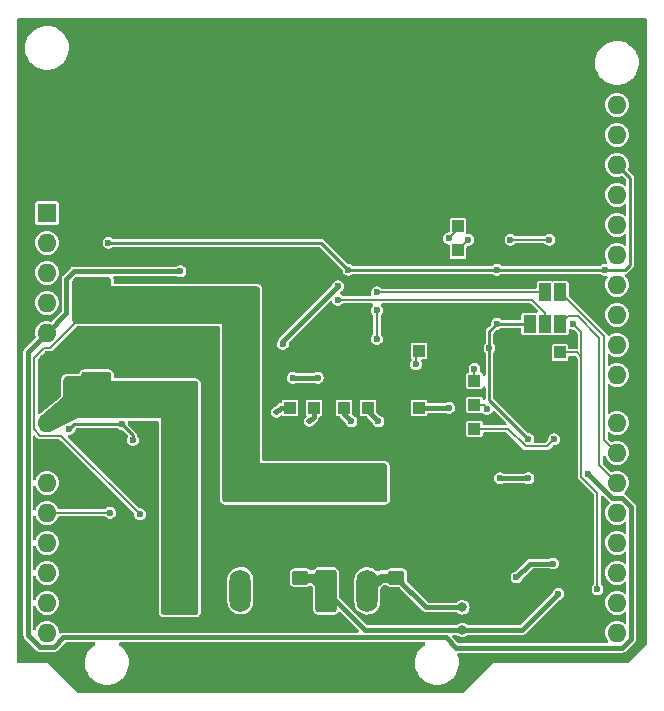
<source format=gbl>
G04 #@! TF.GenerationSoftware,KiCad,Pcbnew,7.0.10*
G04 #@! TF.CreationDate,2024-01-13T20:14:55+01:00*
G04 #@! TF.ProjectId,drv8323shield,64727638-3332-4337-9368-69656c642e6b,A*
G04 #@! TF.SameCoordinates,Original*
G04 #@! TF.FileFunction,Copper,L2,Bot*
G04 #@! TF.FilePolarity,Positive*
%FSLAX46Y46*%
G04 Gerber Fmt 4.6, Leading zero omitted, Abs format (unit mm)*
G04 Created by KiCad (PCBNEW 7.0.10) date 2024-01-13 20:14:55*
%MOMM*%
%LPD*%
G01*
G04 APERTURE LIST*
G04 Aperture macros list*
%AMRoundRect*
0 Rectangle with rounded corners*
0 $1 Rounding radius*
0 $2 $3 $4 $5 $6 $7 $8 $9 X,Y pos of 4 corners*
0 Add a 4 corners polygon primitive as box body*
4,1,4,$2,$3,$4,$5,$6,$7,$8,$9,$2,$3,0*
0 Add four circle primitives for the rounded corners*
1,1,$1+$1,$2,$3*
1,1,$1+$1,$4,$5*
1,1,$1+$1,$6,$7*
1,1,$1+$1,$8,$9*
0 Add four rect primitives between the rounded corners*
20,1,$1+$1,$2,$3,$4,$5,0*
20,1,$1+$1,$4,$5,$6,$7,0*
20,1,$1+$1,$6,$7,$8,$9,0*
20,1,$1+$1,$8,$9,$2,$3,0*%
G04 Aperture macros list end*
G04 #@! TA.AperFunction,ComponentPad*
%ADD10RoundRect,0.250000X-0.650000X-1.550000X0.650000X-1.550000X0.650000X1.550000X-0.650000X1.550000X0*%
G04 #@! TD*
G04 #@! TA.AperFunction,ComponentPad*
%ADD11O,1.800000X3.600000*%
G04 #@! TD*
G04 #@! TA.AperFunction,ComponentPad*
%ADD12C,0.600000*%
G04 #@! TD*
G04 #@! TA.AperFunction,SMDPad,CuDef*
%ADD13R,2.600000X2.600000*%
G04 #@! TD*
G04 #@! TA.AperFunction,SMDPad,CuDef*
%ADD14R,5.800000X3.200000*%
G04 #@! TD*
G04 #@! TA.AperFunction,ComponentPad*
%ADD15R,1.600000X1.600000*%
G04 #@! TD*
G04 #@! TA.AperFunction,ComponentPad*
%ADD16O,1.600000X1.600000*%
G04 #@! TD*
G04 #@! TA.AperFunction,SMDPad,CuDef*
%ADD17R,1.000000X1.000000*%
G04 #@! TD*
G04 #@! TA.AperFunction,SMDPad,CuDef*
%ADD18R,1.000000X1.500000*%
G04 #@! TD*
G04 #@! TA.AperFunction,SMDPad,CuDef*
%ADD19RoundRect,0.250000X0.450000X-0.350000X0.450000X0.350000X-0.450000X0.350000X-0.450000X-0.350000X0*%
G04 #@! TD*
G04 #@! TA.AperFunction,ViaPad*
%ADD20C,0.600000*%
G04 #@! TD*
G04 #@! TA.AperFunction,ViaPad*
%ADD21C,0.800000*%
G04 #@! TD*
G04 #@! TA.AperFunction,ViaPad*
%ADD22C,0.500000*%
G04 #@! TD*
G04 #@! TA.AperFunction,Conductor*
%ADD23C,0.400000*%
G04 #@! TD*
G04 #@! TA.AperFunction,Conductor*
%ADD24C,0.200000*%
G04 #@! TD*
G04 #@! TA.AperFunction,Conductor*
%ADD25C,0.800000*%
G04 #@! TD*
G04 #@! TA.AperFunction,Conductor*
%ADD26C,0.250000*%
G04 #@! TD*
G04 APERTURE END LIST*
D10*
X103632000Y-83058000D03*
D11*
X107132000Y-83058000D03*
D10*
X91313000Y-83046500D03*
D11*
X96393000Y-83046500D03*
D12*
X103149400Y-61849000D03*
X104140000Y-60858400D03*
X104140000Y-61849000D03*
D13*
X104140000Y-61849000D03*
D12*
X104140000Y-62839600D03*
X105130600Y-61849000D03*
X88325000Y-61184000D03*
X87025000Y-61184000D03*
X85725000Y-61184000D03*
X84425000Y-61184000D03*
X83125000Y-61184000D03*
X88325000Y-62484000D03*
X87025000Y-62484000D03*
X85725000Y-62484000D03*
D14*
X85725000Y-62484000D03*
D12*
X84425000Y-62484000D03*
X83125000Y-62484000D03*
X88325000Y-63784000D03*
X87025000Y-63784000D03*
X85725000Y-63784000D03*
X84425000Y-63784000D03*
X83125000Y-63784000D03*
D15*
X80010000Y-51054000D03*
D16*
X80010000Y-53594000D03*
X80010000Y-56134000D03*
X80010000Y-58674000D03*
X80010000Y-61214000D03*
X80010000Y-63754000D03*
X80010000Y-66294000D03*
X80010000Y-68834000D03*
X80010000Y-73914000D03*
X80010000Y-76454000D03*
X80010000Y-78994000D03*
X80010000Y-81534000D03*
X80010000Y-84074000D03*
X80010000Y-86614000D03*
X128270000Y-86614000D03*
X128270000Y-84074000D03*
X128270000Y-81534000D03*
X128270000Y-78994000D03*
X128270000Y-76454000D03*
X128270000Y-73914000D03*
X128270000Y-71374000D03*
X128270000Y-68834000D03*
X128270000Y-64774000D03*
X128270000Y-62234000D03*
X128270000Y-59694000D03*
X128270000Y-57154000D03*
X128270000Y-54614000D03*
X128270000Y-52074000D03*
X128270000Y-49534000D03*
X128270000Y-46994000D03*
X128270000Y-44454000D03*
X128270000Y-41914000D03*
D17*
X102616000Y-67564000D03*
D18*
X122174000Y-57785000D03*
X123474000Y-57785000D03*
D17*
X111506000Y-62738000D03*
X114808000Y-54229000D03*
X116205000Y-65278000D03*
X100584000Y-67564000D03*
X116205000Y-69342000D03*
X111506000Y-67564000D03*
X123444000Y-62865000D03*
X107188000Y-67564000D03*
D19*
X101473000Y-83931000D03*
X101473000Y-81931000D03*
D17*
X114808000Y-52197000D03*
D18*
X123474000Y-60452000D03*
X122174000Y-60452000D03*
X120874000Y-60452000D03*
D17*
X105156000Y-67564000D03*
D19*
X109601000Y-83931000D03*
X109601000Y-81931000D03*
D17*
X116205000Y-67310000D03*
D20*
X91313000Y-56007000D03*
X125857000Y-73152000D03*
X97028000Y-76962000D03*
X101854000Y-57404000D03*
X93472000Y-76962000D03*
X100838000Y-56388000D03*
X121031000Y-78232000D03*
X109855000Y-63627000D03*
X101854000Y-55372000D03*
X112903000Y-78486000D03*
X90043000Y-63246000D03*
X98679000Y-69088000D03*
X120650000Y-67818000D03*
X105410000Y-76962000D03*
X90043000Y-64516000D03*
X91313000Y-64516000D03*
X101854000Y-56388000D03*
X100838000Y-57404000D03*
X106553000Y-69723000D03*
X95250000Y-76962000D03*
X83967662Y-74740626D03*
X104267000Y-76962000D03*
X119253000Y-54229000D03*
X96139000Y-76962000D03*
X100838000Y-55372000D03*
X87630000Y-73279000D03*
X84201000Y-70612000D03*
X112649000Y-77470000D03*
X91313000Y-63246000D03*
X101854000Y-58420000D03*
X100838000Y-58420000D03*
X113919000Y-77470000D03*
X114935000Y-76454000D03*
X100838000Y-54356000D03*
X101854000Y-54356000D03*
X106045000Y-77978000D03*
X124841000Y-81534000D03*
X94361000Y-76962000D03*
X122555000Y-54229000D03*
X84074000Y-81534000D03*
X111633000Y-78486000D03*
X104902000Y-77978000D03*
X122428000Y-73279000D03*
X113665000Y-76454000D03*
X106553000Y-76962000D03*
X90043000Y-61976000D03*
X91313000Y-61976000D03*
X111252000Y-63881000D03*
X116205000Y-64262000D03*
X123317000Y-83312000D03*
D21*
X115189000Y-86360000D03*
D20*
X104648000Y-57277000D03*
X99991789Y-62145789D03*
X126619000Y-82931000D03*
X124587000Y-60449000D03*
X102927000Y-65024000D03*
X100838000Y-65024000D03*
D21*
X115189000Y-84455000D03*
D20*
X118364000Y-73533000D03*
X120777000Y-73533000D03*
X91313000Y-67437000D03*
X90043000Y-67437000D03*
X82550000Y-66802000D03*
X85090000Y-68072000D03*
X90043000Y-69977000D03*
X85090000Y-66802000D03*
X91313000Y-69977000D03*
X90043000Y-68707000D03*
X83820000Y-68072000D03*
X82550000Y-68072000D03*
X83820000Y-66802000D03*
X91313000Y-68707000D03*
X106045000Y-74930000D03*
X82550000Y-56896000D03*
X96774000Y-72644000D03*
X107569000Y-72644000D03*
X95885000Y-72644000D03*
X83820000Y-58166000D03*
X106680000Y-72644000D03*
X85090000Y-58166000D03*
X95250000Y-74930000D03*
X85090000Y-56896000D03*
X83820000Y-56896000D03*
X106045000Y-74041000D03*
X95250000Y-74041000D03*
X95250000Y-73152000D03*
X106045000Y-73152000D03*
X87884000Y-76581000D03*
X82550000Y-58166000D03*
X114046000Y-67564000D03*
X122840619Y-80740381D03*
X119761000Y-81915000D03*
D22*
X102235000Y-68707000D03*
D20*
X108077000Y-68707000D03*
X86360000Y-68961000D03*
X81915000Y-69342000D03*
X117475000Y-62484000D03*
X120777000Y-70231000D03*
X85217000Y-53594000D03*
X127254000Y-55880000D03*
X87300872Y-70282872D03*
X118110000Y-55880000D03*
X118110000Y-60449000D03*
X105537000Y-55880000D03*
X85344000Y-76454000D03*
X104648000Y-58420000D03*
X107950000Y-57785000D03*
X117287058Y-67624942D03*
X122936000Y-70231000D03*
D22*
X99441000Y-67945000D03*
D20*
X105791000Y-68707000D03*
X115697000Y-53340000D03*
X122555000Y-53340000D03*
X119253000Y-53340000D03*
X114046000Y-53213000D03*
X107950000Y-59309000D03*
X107950000Y-61722000D03*
D23*
X81407000Y-86995000D02*
X80588000Y-87814000D01*
X113792000Y-86995000D02*
X81407000Y-86995000D01*
X81661000Y-59563000D02*
X81661000Y-56642000D01*
X80010000Y-61214000D02*
X81661000Y-59563000D01*
X80588000Y-87814000D02*
X79432000Y-87814000D01*
X129470000Y-87111057D02*
X128697057Y-87884000D01*
X125857000Y-73152000D02*
X125857000Y-73198057D01*
X78410000Y-62814000D02*
X80010000Y-61214000D01*
X82296000Y-56007000D02*
X91313000Y-56007000D01*
X129470000Y-75956943D02*
X129470000Y-87111057D01*
X128697057Y-87884000D02*
X114681000Y-87884000D01*
X128697057Y-75184000D02*
X129470000Y-75956943D01*
X127842943Y-75184000D02*
X128697057Y-75184000D01*
X114681000Y-87884000D02*
X113792000Y-86995000D01*
X78410000Y-86792000D02*
X78410000Y-62814000D01*
X125857000Y-73198057D02*
X127842943Y-75184000D01*
X81661000Y-56642000D02*
X82296000Y-56007000D01*
X79432000Y-87814000D02*
X78410000Y-86792000D01*
D24*
X111252000Y-62992000D02*
X111506000Y-62738000D01*
X111252000Y-63881000D02*
X111252000Y-62992000D01*
X116205000Y-65278000D02*
X116205000Y-64262000D01*
D23*
X106934000Y-86360000D02*
X115189000Y-86360000D01*
D25*
X101473000Y-81931000D02*
X102505000Y-81931000D01*
D23*
X120269000Y-86360000D02*
X115189000Y-86360000D01*
X103632000Y-83058000D02*
X106934000Y-86360000D01*
X123317000Y-83312000D02*
X120269000Y-86360000D01*
D25*
X102505000Y-81931000D02*
X103632000Y-83058000D01*
D23*
X99991789Y-62145789D02*
X99991789Y-61933211D01*
X99991789Y-61933211D02*
X104648000Y-57277000D01*
D24*
X126619000Y-74762529D02*
X125257000Y-73400529D01*
X126619000Y-82931000D02*
X126619000Y-74762529D01*
X125257000Y-73400529D02*
X125257000Y-63246000D01*
X123444000Y-62865000D02*
X124876000Y-62865000D01*
X125257000Y-63246000D02*
X125257000Y-61119000D01*
X124876000Y-62865000D02*
X125257000Y-63246000D01*
X125257000Y-61119000D02*
X124587000Y-60449000D01*
D23*
X100838000Y-65024000D02*
X102927000Y-65024000D01*
D25*
X108259000Y-81931000D02*
X107132000Y-83058000D01*
X109601000Y-81931000D02*
X108259000Y-81931000D01*
D23*
X112125000Y-84455000D02*
X115189000Y-84455000D01*
X109601000Y-81931000D02*
X112125000Y-84455000D01*
X118364000Y-73533000D02*
X120777000Y-73533000D01*
D24*
X81237000Y-69934000D02*
X79459000Y-69934000D01*
X82550000Y-60229635D02*
X82550000Y-58166000D01*
X80295635Y-62484000D02*
X82550000Y-60229635D01*
X79724365Y-62484000D02*
X80295635Y-62484000D01*
X78910000Y-63298365D02*
X79724365Y-62484000D01*
X79459000Y-69934000D02*
X78910000Y-69385000D01*
X87884000Y-76581000D02*
X81237000Y-69934000D01*
X95250000Y-75057000D02*
X95250000Y-74930000D01*
X78910000Y-69385000D02*
X78910000Y-63298365D01*
D23*
X111506000Y-67564000D02*
X114046000Y-67564000D01*
X120935619Y-80740381D02*
X119761000Y-81915000D01*
X122840619Y-80740381D02*
X120935619Y-80740381D01*
X102616000Y-67564000D02*
X102616000Y-68326000D01*
X102616000Y-68326000D02*
X102235000Y-68707000D01*
X107188000Y-67564000D02*
X107188000Y-67818000D01*
X107188000Y-67818000D02*
X108077000Y-68707000D01*
D26*
X128270000Y-46994000D02*
X129395000Y-48119000D01*
X103251000Y-53594000D02*
X105537000Y-55880000D01*
X117475000Y-66929000D02*
X117475000Y-62484000D01*
X85217000Y-53594000D02*
X103251000Y-53594000D01*
X117475000Y-62484000D02*
X117475000Y-61084000D01*
X105537000Y-55880000D02*
X118110000Y-55880000D01*
X129395000Y-48119000D02*
X129395000Y-55442000D01*
X118110000Y-55880000D02*
X127254000Y-55880000D01*
X87300872Y-70282872D02*
X87300872Y-69901872D01*
X127254000Y-55880000D02*
X128957000Y-55880000D01*
X81915000Y-69342000D02*
X82296000Y-68961000D01*
X82296000Y-68961000D02*
X86360000Y-68961000D01*
X120777000Y-70231000D02*
X117475000Y-66929000D01*
X87300872Y-69901872D02*
X86360000Y-68961000D01*
X118113000Y-60452000D02*
X120874000Y-60452000D01*
X118110000Y-60449000D02*
X118113000Y-60452000D01*
X128957000Y-55880000D02*
X129395000Y-55442000D01*
X117475000Y-61084000D02*
X118110000Y-60449000D01*
D24*
X85344000Y-76454000D02*
X80010000Y-76454000D01*
X121092000Y-58420000D02*
X104648000Y-58420000D01*
X122174000Y-60452000D02*
X122174000Y-59502000D01*
X122174000Y-59502000D02*
X121092000Y-58420000D01*
X126770000Y-72414000D02*
X128270000Y-73914000D01*
X126770000Y-61646686D02*
X126770000Y-72414000D01*
X123474000Y-60452000D02*
X124109000Y-59817000D01*
X124109000Y-59817000D02*
X124940314Y-59817000D01*
X124940314Y-59817000D02*
X126770000Y-61646686D01*
X122174000Y-57785000D02*
X107950000Y-57785000D01*
X123474000Y-57785000D02*
X127170000Y-61481000D01*
X127170000Y-70274000D02*
X128270000Y-71374000D01*
X127170000Y-61481000D02*
X127170000Y-70274000D01*
X116205000Y-67310000D02*
X116972116Y-67310000D01*
X116972116Y-67310000D02*
X117287058Y-67624942D01*
X119039471Y-69342000D02*
X120528471Y-70831000D01*
X116205000Y-69342000D02*
X119039471Y-69342000D01*
X122336000Y-70831000D02*
X122936000Y-70231000D01*
X120528471Y-70831000D02*
X122336000Y-70831000D01*
D23*
X100584000Y-67564000D02*
X99822000Y-67564000D01*
X99822000Y-67564000D02*
X99441000Y-67945000D01*
X105156000Y-67564000D02*
X105156000Y-68072000D01*
X105156000Y-68072000D02*
X105791000Y-68707000D01*
D24*
X115697000Y-53340000D02*
X114808000Y-54229000D01*
X122555000Y-53340000D02*
X119253000Y-53340000D01*
X114808000Y-52451000D02*
X114046000Y-53213000D01*
X107950000Y-61722000D02*
X107950000Y-59309000D01*
X114808000Y-52197000D02*
X114808000Y-52451000D01*
G04 #@! TA.AperFunction,Conductor*
G36*
X108597170Y-72265421D02*
G01*
X108623458Y-72270649D01*
X108657621Y-72277445D01*
X108703037Y-72296257D01*
X108743768Y-72323472D01*
X108778527Y-72358231D01*
X108805741Y-72398959D01*
X108824554Y-72444378D01*
X108836579Y-72504829D01*
X108839000Y-72529411D01*
X108839000Y-75298588D01*
X108836579Y-75323170D01*
X108824554Y-75383621D01*
X108805741Y-75429040D01*
X108778530Y-75469765D01*
X108743765Y-75504530D01*
X108703040Y-75531741D01*
X108657622Y-75550554D01*
X108619376Y-75558162D01*
X108597169Y-75562579D01*
X108572589Y-75565000D01*
X105664000Y-75565000D01*
X105664000Y-72263000D01*
X108572589Y-72263000D01*
X108597170Y-72265421D01*
G37*
G04 #@! TD.AperFunction*
G04 #@! TA.AperFunction,Conductor*
G36*
X85229170Y-64518421D02*
G01*
X85255458Y-64523649D01*
X85289621Y-64530445D01*
X85335037Y-64549257D01*
X85375768Y-64576472D01*
X85410527Y-64611231D01*
X85437741Y-64651959D01*
X85456554Y-64697378D01*
X85468579Y-64757829D01*
X85471000Y-64782411D01*
X85471000Y-68453000D01*
X82550000Y-68453000D01*
X82496372Y-68479813D01*
X82496371Y-68479813D01*
X82496370Y-68479814D01*
X80470060Y-69492969D01*
X80449220Y-69501164D01*
X80395466Y-69516953D01*
X80351112Y-69521749D01*
X80306621Y-69518618D01*
X80263378Y-69507658D01*
X80222764Y-69489219D01*
X80186051Y-69463878D01*
X80146304Y-69424392D01*
X80131882Y-69407260D01*
X79517379Y-68529399D01*
X79505724Y-68508902D01*
X79481524Y-68455190D01*
X79470550Y-68409545D01*
X79468276Y-68362734D01*
X79474774Y-68316247D01*
X79489796Y-68271853D01*
X79512862Y-68230971D01*
X79550863Y-68185952D01*
X79567689Y-68169438D01*
X81407000Y-66675000D01*
X81407000Y-65163411D01*
X81409421Y-65138831D01*
X81421445Y-65078380D01*
X81440256Y-65032963D01*
X81467474Y-64992228D01*
X81502228Y-64957474D01*
X81542963Y-64930256D01*
X81588378Y-64911445D01*
X81612096Y-64906727D01*
X81648831Y-64899421D01*
X81673411Y-64897000D01*
X82740498Y-64897000D01*
X82740500Y-64897000D01*
X82931000Y-64897000D01*
X82931000Y-64706500D01*
X82947784Y-64643859D01*
X82980394Y-64587377D01*
X83002377Y-64565394D01*
X83058859Y-64532784D01*
X83083155Y-64526274D01*
X83105479Y-64520293D01*
X83138089Y-64516000D01*
X85204589Y-64516000D01*
X85229170Y-64518421D01*
G37*
G04 #@! TD.AperFunction*
G04 #@! TA.AperFunction,Conductor*
G36*
X130751621Y-34564502D02*
G01*
X130798114Y-34618158D01*
X130809500Y-34670500D01*
X130809500Y-87578310D01*
X130789498Y-87646431D01*
X130772595Y-87667405D01*
X129323405Y-89116595D01*
X129261093Y-89150621D01*
X129234310Y-89153500D01*
X117885158Y-89153500D01*
X117884952Y-89153459D01*
X117857306Y-89153459D01*
X117855998Y-89154000D01*
X115353405Y-91656595D01*
X115291093Y-91690620D01*
X115264310Y-91693500D01*
X82602397Y-91693500D01*
X82534276Y-91673498D01*
X82513302Y-91656595D01*
X80021955Y-89165247D01*
X80021728Y-89165020D01*
X80010383Y-89153617D01*
X80010284Y-89153576D01*
X80010281Y-89153574D01*
X80010291Y-89153548D01*
X80010151Y-89153520D01*
X80010000Y-89153458D01*
X80009998Y-89153458D01*
X80009997Y-89153458D01*
X79984935Y-89153461D01*
X79984746Y-89153500D01*
X77596500Y-89153500D01*
X77528379Y-89133498D01*
X77481886Y-89079842D01*
X77470500Y-89027500D01*
X77470500Y-86855434D01*
X78009500Y-86855434D01*
X78016298Y-86876358D01*
X78020912Y-86895577D01*
X78024353Y-86917300D01*
X78024355Y-86917306D01*
X78034341Y-86936906D01*
X78041906Y-86955169D01*
X78048703Y-86976089D01*
X78048704Y-86976091D01*
X78061631Y-86993883D01*
X78071960Y-87010738D01*
X78081948Y-87030340D01*
X78081949Y-87030341D01*
X78081950Y-87030342D01*
X78101353Y-87049745D01*
X78101367Y-87049760D01*
X78104515Y-87052908D01*
X78104516Y-87052909D01*
X79103950Y-88052342D01*
X79193658Y-88142050D01*
X79213254Y-88152034D01*
X79230114Y-88162366D01*
X79247910Y-88175296D01*
X79268827Y-88182092D01*
X79287090Y-88189656D01*
X79306696Y-88199646D01*
X79328430Y-88203087D01*
X79347648Y-88207701D01*
X79368567Y-88214499D01*
X79395264Y-88214499D01*
X79395288Y-88214500D01*
X79400481Y-88214500D01*
X80651431Y-88214500D01*
X80651433Y-88214500D01*
X80672360Y-88207700D01*
X80691569Y-88203088D01*
X80713304Y-88199646D01*
X80732910Y-88189655D01*
X80751161Y-88182095D01*
X80772090Y-88175296D01*
X80789891Y-88162362D01*
X80806741Y-88152036D01*
X80826342Y-88142050D01*
X80841717Y-88126673D01*
X80841726Y-88126667D01*
X81102218Y-87866175D01*
X81535989Y-87432403D01*
X81598300Y-87398380D01*
X81625083Y-87395500D01*
X83970217Y-87395500D01*
X84038338Y-87415502D01*
X84084831Y-87469158D01*
X84094935Y-87539432D01*
X84065441Y-87604012D01*
X84047226Y-87621227D01*
X83964085Y-87685427D01*
X83851818Y-87772116D01*
X83663815Y-87967117D01*
X83663810Y-87967123D01*
X83506203Y-88187417D01*
X83506196Y-88187427D01*
X83382343Y-88428324D01*
X83382342Y-88428327D01*
X83294883Y-88684689D01*
X83294880Y-88684702D01*
X83245681Y-88951058D01*
X83245680Y-88951069D01*
X83235788Y-89221765D01*
X83265412Y-89491014D01*
X83333928Y-89753090D01*
X83439869Y-90002389D01*
X83439870Y-90002390D01*
X83580982Y-90233610D01*
X83754255Y-90441820D01*
X83955998Y-90622582D01*
X84181910Y-90772044D01*
X84427176Y-90887020D01*
X84686569Y-90965060D01*
X84686572Y-90965060D01*
X84686574Y-90965061D01*
X84954557Y-91004500D01*
X84954561Y-91004500D01*
X85157631Y-91004500D01*
X85360156Y-90989677D01*
X85360160Y-90989676D01*
X85360161Y-90989676D01*
X85470665Y-90965060D01*
X85624553Y-90930780D01*
X85877558Y-90834014D01*
X86113777Y-90701441D01*
X86328177Y-90535888D01*
X86516186Y-90340881D01*
X86673799Y-90120579D01*
X86797656Y-89879675D01*
X86885118Y-89623305D01*
X86934319Y-89356933D01*
X86944212Y-89086235D01*
X86929338Y-88951058D01*
X86914587Y-88816985D01*
X86846071Y-88554909D01*
X86740130Y-88305610D01*
X86727247Y-88284500D01*
X86599018Y-88074390D01*
X86425745Y-87866180D01*
X86425741Y-87866177D01*
X86425740Y-87866175D01*
X86224012Y-87685427D01*
X86224002Y-87685418D01*
X86135073Y-87626583D01*
X86089298Y-87572315D01*
X86080129Y-87501913D01*
X86110477Y-87437730D01*
X86170708Y-87400143D01*
X86204597Y-87395500D01*
X111910217Y-87395500D01*
X111978338Y-87415502D01*
X112024831Y-87469158D01*
X112034935Y-87539432D01*
X112005441Y-87604012D01*
X111987226Y-87621227D01*
X111904085Y-87685427D01*
X111791818Y-87772116D01*
X111603815Y-87967117D01*
X111603810Y-87967123D01*
X111446203Y-88187417D01*
X111446196Y-88187427D01*
X111322343Y-88428324D01*
X111322342Y-88428327D01*
X111234883Y-88684689D01*
X111234880Y-88684702D01*
X111185681Y-88951058D01*
X111185680Y-88951069D01*
X111175788Y-89221765D01*
X111205412Y-89491014D01*
X111273928Y-89753090D01*
X111379869Y-90002389D01*
X111379870Y-90002390D01*
X111520982Y-90233610D01*
X111694255Y-90441820D01*
X111895998Y-90622582D01*
X112121910Y-90772044D01*
X112367176Y-90887020D01*
X112626569Y-90965060D01*
X112626572Y-90965060D01*
X112626574Y-90965061D01*
X112894557Y-91004500D01*
X112894561Y-91004500D01*
X113097631Y-91004500D01*
X113300156Y-90989677D01*
X113300160Y-90989676D01*
X113300161Y-90989676D01*
X113410665Y-90965060D01*
X113564553Y-90930780D01*
X113817558Y-90834014D01*
X114053777Y-90701441D01*
X114268177Y-90535888D01*
X114456186Y-90340881D01*
X114613799Y-90120579D01*
X114737656Y-89879675D01*
X114825118Y-89623305D01*
X114874319Y-89356933D01*
X114884212Y-89086235D01*
X114869338Y-88951058D01*
X114854587Y-88816985D01*
X114786071Y-88554909D01*
X114745645Y-88459779D01*
X114737412Y-88389262D01*
X114768610Y-88325487D01*
X114829335Y-88288704D01*
X114861609Y-88284500D01*
X128760488Y-88284500D01*
X128760490Y-88284500D01*
X128781417Y-88277700D01*
X128800626Y-88273088D01*
X128822361Y-88269646D01*
X128841967Y-88259655D01*
X128860218Y-88252095D01*
X128881147Y-88245296D01*
X128898948Y-88232362D01*
X128915798Y-88222036D01*
X128935399Y-88212050D01*
X128950774Y-88196673D01*
X128950783Y-88196667D01*
X129775483Y-87371966D01*
X129798050Y-87349399D01*
X129808035Y-87329800D01*
X129818366Y-87312941D01*
X129831296Y-87295147D01*
X129838094Y-87274222D01*
X129845661Y-87255956D01*
X129855645Y-87236363D01*
X129855645Y-87236362D01*
X129855646Y-87236361D01*
X129859087Y-87214627D01*
X129863701Y-87195409D01*
X129870499Y-87174490D01*
X129870499Y-87147793D01*
X129870500Y-87147768D01*
X129870500Y-75920967D01*
X129870499Y-75920937D01*
X129870499Y-75893510D01*
X129863703Y-75872597D01*
X129859087Y-75853373D01*
X129855646Y-75831639D01*
X129845656Y-75812033D01*
X129838092Y-75793770D01*
X129831296Y-75772853D01*
X129818366Y-75755057D01*
X129808035Y-75738199D01*
X129798050Y-75718601D01*
X129708342Y-75628893D01*
X128957966Y-74878516D01*
X128957965Y-74878515D01*
X128954817Y-74875367D01*
X128954802Y-74875353D01*
X128935399Y-74855950D01*
X128935398Y-74855949D01*
X128928386Y-74848937D01*
X128930961Y-74846361D01*
X128898769Y-74804600D01*
X128892704Y-74733862D01*
X128925846Y-74671076D01*
X128936236Y-74661523D01*
X128980883Y-74624883D01*
X129105910Y-74472538D01*
X129198814Y-74298727D01*
X129256024Y-74110132D01*
X129261650Y-74053014D01*
X129275341Y-73914003D01*
X129275341Y-73913996D01*
X129256025Y-73717875D01*
X129256025Y-73717873D01*
X129256024Y-73717870D01*
X129256024Y-73717868D01*
X129198814Y-73529273D01*
X129195723Y-73523491D01*
X129167408Y-73470517D01*
X129105910Y-73355462D01*
X128980883Y-73203117D01*
X128828538Y-73078090D01*
X128819103Y-73073047D01*
X128654728Y-72985186D01*
X128466125Y-72927974D01*
X128270003Y-72908659D01*
X128269997Y-72908659D01*
X128073875Y-72927974D01*
X128073873Y-72927974D01*
X127885268Y-72985187D01*
X127879556Y-72987554D01*
X127878512Y-72985034D01*
X127820538Y-72997096D01*
X127754246Y-72971683D01*
X127741570Y-72960599D01*
X127432471Y-72651500D01*
X127107404Y-72326432D01*
X127073379Y-72264120D01*
X127070500Y-72237337D01*
X127070500Y-71715818D01*
X127090502Y-71647697D01*
X127144158Y-71601204D01*
X127214432Y-71591100D01*
X127279012Y-71620594D01*
X127317073Y-71679240D01*
X127328170Y-71715818D01*
X127341186Y-71758728D01*
X127433535Y-71931500D01*
X127434090Y-71932538D01*
X127559117Y-72084883D01*
X127711462Y-72209910D01*
X127885273Y-72302814D01*
X128073868Y-72360024D01*
X128073872Y-72360024D01*
X128073874Y-72360025D01*
X128269997Y-72379341D01*
X128270000Y-72379341D01*
X128270003Y-72379341D01*
X128466124Y-72360025D01*
X128466126Y-72360025D01*
X128466127Y-72360024D01*
X128466132Y-72360024D01*
X128654727Y-72302814D01*
X128828538Y-72209910D01*
X128980883Y-72084883D01*
X129105910Y-71932538D01*
X129198814Y-71758727D01*
X129256024Y-71570132D01*
X129275341Y-71374000D01*
X129256025Y-71177875D01*
X129256025Y-71177873D01*
X129256024Y-71177870D01*
X129256024Y-71177868D01*
X129198814Y-70989273D01*
X129195723Y-70983491D01*
X129186816Y-70966826D01*
X129105910Y-70815462D01*
X128980883Y-70663117D01*
X128828538Y-70538090D01*
X128745294Y-70493595D01*
X128654728Y-70445186D01*
X128466125Y-70387974D01*
X128270003Y-70368659D01*
X128269997Y-70368659D01*
X128073875Y-70387974D01*
X128073873Y-70387974D01*
X127885268Y-70445187D01*
X127879556Y-70447554D01*
X127878517Y-70445047D01*
X127820459Y-70457090D01*
X127754182Y-70431636D01*
X127741570Y-70420599D01*
X127507405Y-70186434D01*
X127473379Y-70124122D01*
X127470500Y-70097339D01*
X127470500Y-69738562D01*
X127490502Y-69670441D01*
X127544158Y-69623948D01*
X127614432Y-69613844D01*
X127676433Y-69641162D01*
X127711462Y-69669910D01*
X127885273Y-69762814D01*
X128073868Y-69820024D01*
X128073872Y-69820024D01*
X128073874Y-69820025D01*
X128269997Y-69839341D01*
X128270000Y-69839341D01*
X128270003Y-69839341D01*
X128466124Y-69820025D01*
X128466126Y-69820025D01*
X128466127Y-69820024D01*
X128466132Y-69820024D01*
X128654727Y-69762814D01*
X128828538Y-69669910D01*
X128980883Y-69544883D01*
X129105910Y-69392538D01*
X129198814Y-69218727D01*
X129256024Y-69030132D01*
X129256025Y-69030124D01*
X129275341Y-68834003D01*
X129275341Y-68833996D01*
X129256025Y-68637875D01*
X129256025Y-68637873D01*
X129256024Y-68637870D01*
X129256024Y-68637868D01*
X129198814Y-68449273D01*
X129190450Y-68433626D01*
X129183049Y-68419779D01*
X129105910Y-68275462D01*
X128980883Y-68123117D01*
X128828538Y-67998090D01*
X128803117Y-67984502D01*
X128654728Y-67905186D01*
X128466125Y-67847974D01*
X128270003Y-67828659D01*
X128269997Y-67828659D01*
X128073875Y-67847974D01*
X128073873Y-67847974D01*
X127885271Y-67905186D01*
X127711461Y-67998090D01*
X127676433Y-68026837D01*
X127611085Y-68054590D01*
X127541107Y-68042608D01*
X127488716Y-67994694D01*
X127470500Y-67929437D01*
X127470500Y-65678562D01*
X127490502Y-65610441D01*
X127544158Y-65563948D01*
X127614432Y-65553844D01*
X127676433Y-65581162D01*
X127711462Y-65609910D01*
X127885273Y-65702814D01*
X128073868Y-65760024D01*
X128073872Y-65760024D01*
X128073874Y-65760025D01*
X128269997Y-65779341D01*
X128270000Y-65779341D01*
X128270003Y-65779341D01*
X128466124Y-65760025D01*
X128466126Y-65760025D01*
X128466127Y-65760024D01*
X128466132Y-65760024D01*
X128654727Y-65702814D01*
X128828538Y-65609910D01*
X128980883Y-65484883D01*
X129105910Y-65332538D01*
X129198814Y-65158727D01*
X129256024Y-64970132D01*
X129257581Y-64954326D01*
X129275341Y-64774003D01*
X129275341Y-64773996D01*
X129256025Y-64577875D01*
X129256025Y-64577873D01*
X129256024Y-64577870D01*
X129256024Y-64577868D01*
X129198814Y-64389273D01*
X129105910Y-64215462D01*
X128980883Y-64063117D01*
X128828538Y-63938090D01*
X128822185Y-63934694D01*
X128654728Y-63845186D01*
X128466125Y-63787974D01*
X128270003Y-63768659D01*
X128269997Y-63768659D01*
X128073875Y-63787974D01*
X128073873Y-63787974D01*
X127885271Y-63845186D01*
X127711461Y-63938090D01*
X127676433Y-63966837D01*
X127611085Y-63994590D01*
X127541107Y-63982608D01*
X127488716Y-63934694D01*
X127470500Y-63869437D01*
X127470500Y-63138562D01*
X127490502Y-63070441D01*
X127544158Y-63023948D01*
X127614432Y-63013844D01*
X127676433Y-63041162D01*
X127711462Y-63069910D01*
X127885273Y-63162814D01*
X128073868Y-63220024D01*
X128073872Y-63220024D01*
X128073874Y-63220025D01*
X128269997Y-63239341D01*
X128270000Y-63239341D01*
X128270003Y-63239341D01*
X128466124Y-63220025D01*
X128466126Y-63220025D01*
X128466127Y-63220024D01*
X128466132Y-63220024D01*
X128654727Y-63162814D01*
X128828538Y-63069910D01*
X128980883Y-62944883D01*
X129105910Y-62792538D01*
X129198814Y-62618727D01*
X129256024Y-62430132D01*
X129256025Y-62430124D01*
X129275341Y-62234003D01*
X129275341Y-62233996D01*
X129256025Y-62037875D01*
X129256025Y-62037873D01*
X129256024Y-62037870D01*
X129256024Y-62037868D01*
X129198814Y-61849273D01*
X129105910Y-61675462D01*
X128980883Y-61523117D01*
X128828538Y-61398090D01*
X128806140Y-61386118D01*
X128654728Y-61305186D01*
X128466125Y-61247974D01*
X128270003Y-61228659D01*
X128269997Y-61228659D01*
X128073875Y-61247974D01*
X128073873Y-61247974D01*
X127885271Y-61305186D01*
X127711458Y-61398091D01*
X127658272Y-61441740D01*
X127592925Y-61469493D01*
X127522947Y-61457511D01*
X127470556Y-61409597D01*
X127459745Y-61381271D01*
X127459278Y-61381453D01*
X127455061Y-61370567D01*
X127453763Y-61368471D01*
X127441073Y-61347975D01*
X127432938Y-61332541D01*
X127427477Y-61320173D01*
X127422206Y-61308234D01*
X127417473Y-61303501D01*
X127399442Y-61280738D01*
X127395919Y-61275048D01*
X127395917Y-61275046D01*
X127374717Y-61259037D01*
X127361553Y-61247581D01*
X125807975Y-59694003D01*
X127264659Y-59694003D01*
X127283974Y-59890124D01*
X127283974Y-59890126D01*
X127341186Y-60078728D01*
X127392980Y-60175627D01*
X127434090Y-60252538D01*
X127559117Y-60404883D01*
X127711462Y-60529910D01*
X127885273Y-60622814D01*
X128073868Y-60680024D01*
X128073872Y-60680024D01*
X128073874Y-60680025D01*
X128269997Y-60699341D01*
X128270000Y-60699341D01*
X128270003Y-60699341D01*
X128466124Y-60680025D01*
X128466126Y-60680025D01*
X128466127Y-60680024D01*
X128466132Y-60680024D01*
X128654727Y-60622814D01*
X128828538Y-60529910D01*
X128980883Y-60404883D01*
X129105910Y-60252538D01*
X129198814Y-60078727D01*
X129256024Y-59890132D01*
X129256025Y-59890124D01*
X129275341Y-59694003D01*
X129275341Y-59693996D01*
X129256025Y-59497875D01*
X129256025Y-59497873D01*
X129256024Y-59497870D01*
X129256024Y-59497868D01*
X129198814Y-59309273D01*
X129194608Y-59301405D01*
X129105909Y-59135461D01*
X128980883Y-58983117D01*
X128828538Y-58858090D01*
X128735762Y-58808500D01*
X128654728Y-58765186D01*
X128466125Y-58707974D01*
X128270003Y-58688659D01*
X128269997Y-58688659D01*
X128073875Y-58707974D01*
X128073873Y-58707974D01*
X127885271Y-58765186D01*
X127711461Y-58858090D01*
X127559117Y-58983117D01*
X127434090Y-59135461D01*
X127341186Y-59309271D01*
X127283974Y-59497873D01*
X127283974Y-59497875D01*
X127264659Y-59693996D01*
X127264659Y-59694003D01*
X125807975Y-59694003D01*
X124211405Y-58097433D01*
X124177379Y-58035121D01*
X124174500Y-58008338D01*
X124174500Y-57015253D01*
X124174499Y-57015249D01*
X124172187Y-57003627D01*
X124162867Y-56956769D01*
X124118552Y-56890448D01*
X124052231Y-56846133D01*
X124052228Y-56846132D01*
X123993750Y-56834500D01*
X123993748Y-56834500D01*
X122954252Y-56834500D01*
X122954249Y-56834500D01*
X122895771Y-56846132D01*
X122895764Y-56846135D01*
X122893996Y-56847317D01*
X122889558Y-56848706D01*
X122884306Y-56850882D01*
X122884111Y-56850411D01*
X122826242Y-56868528D01*
X122757776Y-56849741D01*
X122754004Y-56847317D01*
X122752235Y-56846135D01*
X122752232Y-56846133D01*
X122752231Y-56846133D01*
X122752229Y-56846132D01*
X122752228Y-56846132D01*
X122693750Y-56834500D01*
X122693748Y-56834500D01*
X121654252Y-56834500D01*
X121654249Y-56834500D01*
X121595771Y-56846132D01*
X121595768Y-56846133D01*
X121529448Y-56890448D01*
X121485133Y-56956768D01*
X121485132Y-56956771D01*
X121473500Y-57015249D01*
X121473500Y-57358500D01*
X121453498Y-57426621D01*
X121399842Y-57473114D01*
X121347500Y-57484500D01*
X108409414Y-57484500D01*
X108341293Y-57464498D01*
X108314189Y-57441012D01*
X108301719Y-57426621D01*
X108281128Y-57402857D01*
X108281127Y-57402856D01*
X108281126Y-57402855D01*
X108160053Y-57325047D01*
X108021961Y-57284500D01*
X107878039Y-57284500D01*
X107739946Y-57325047D01*
X107618873Y-57402855D01*
X107524623Y-57511626D01*
X107506928Y-57550373D01*
X107464835Y-57642543D01*
X107444353Y-57785000D01*
X107464835Y-57927457D01*
X107471092Y-57941159D01*
X107481197Y-58011429D01*
X107451705Y-58076011D01*
X107391980Y-58114395D01*
X107356479Y-58119500D01*
X105107414Y-58119500D01*
X105039293Y-58099498D01*
X105012189Y-58076012D01*
X105012188Y-58076011D01*
X104979128Y-58037857D01*
X104979127Y-58037856D01*
X104979126Y-58037855D01*
X104850472Y-57955175D01*
X104852309Y-57952315D01*
X104811121Y-57916636D01*
X104791109Y-57848519D01*
X104811101Y-57780395D01*
X104852306Y-57744679D01*
X104850472Y-57741825D01*
X104858053Y-57736953D01*
X104979128Y-57659143D01*
X105073377Y-57550373D01*
X105133165Y-57419457D01*
X105153647Y-57277000D01*
X105133165Y-57134543D01*
X105073377Y-57003627D01*
X104979128Y-56894857D01*
X104979127Y-56894856D01*
X104979126Y-56894855D01*
X104858053Y-56817047D01*
X104719961Y-56776500D01*
X104576039Y-56776500D01*
X104437946Y-56817047D01*
X104316873Y-56894855D01*
X104222623Y-57003626D01*
X104222621Y-57003629D01*
X104162835Y-57134541D01*
X104162834Y-57134544D01*
X104158521Y-57164543D01*
X104129028Y-57229124D01*
X104122899Y-57235706D01*
X99686305Y-61672302D01*
X99663742Y-61694864D01*
X99663739Y-61694869D01*
X99653751Y-61714469D01*
X99643429Y-61731313D01*
X99630493Y-61749120D01*
X99630492Y-61749121D01*
X99623693Y-61770046D01*
X99616129Y-61788306D01*
X99606143Y-61807905D01*
X99604332Y-61813479D01*
X99579728Y-61857047D01*
X99566413Y-61872414D01*
X99566411Y-61872416D01*
X99522557Y-61968443D01*
X99506624Y-62003332D01*
X99486142Y-62145789D01*
X99506411Y-62286768D01*
X99506624Y-62288245D01*
X99566412Y-62419162D01*
X99660662Y-62527933D01*
X99686438Y-62544498D01*
X99781736Y-62605742D01*
X99919828Y-62646289D01*
X100063750Y-62646289D01*
X100201842Y-62605742D01*
X100322917Y-62527932D01*
X100417166Y-62419162D01*
X100476954Y-62288246D01*
X100497436Y-62145789D01*
X100497436Y-62145786D01*
X100497436Y-62145785D01*
X100487326Y-62075470D01*
X100497429Y-62005196D01*
X100522945Y-61968446D01*
X103961185Y-58530206D01*
X104023495Y-58496182D01*
X104094310Y-58501247D01*
X104151146Y-58543794D01*
X104164891Y-58566960D01*
X104222621Y-58693370D01*
X104222623Y-58693373D01*
X104246128Y-58720500D01*
X104316873Y-58802144D01*
X104340718Y-58817468D01*
X104437947Y-58879953D01*
X104576039Y-58920500D01*
X104719961Y-58920500D01*
X104858053Y-58879953D01*
X104979128Y-58802143D01*
X105012190Y-58763987D01*
X105071915Y-58725604D01*
X105107414Y-58720500D01*
X107521780Y-58720500D01*
X107589901Y-58740502D01*
X107636394Y-58794158D01*
X107646498Y-58864432D01*
X107617005Y-58929012D01*
X107524623Y-59035626D01*
X107524623Y-59035627D01*
X107464835Y-59166543D01*
X107444353Y-59309000D01*
X107464835Y-59451457D01*
X107524623Y-59582373D01*
X107611165Y-59682249D01*
X107618725Y-59690973D01*
X107648218Y-59755554D01*
X107649500Y-59773485D01*
X107649500Y-61257514D01*
X107629498Y-61325635D01*
X107618725Y-61340026D01*
X107524623Y-61448626D01*
X107490604Y-61523117D01*
X107464835Y-61579543D01*
X107444353Y-61722000D01*
X107456704Y-61807907D01*
X107464835Y-61864456D01*
X107524623Y-61995373D01*
X107618873Y-62104144D01*
X107679409Y-62143048D01*
X107739947Y-62181953D01*
X107878039Y-62222500D01*
X108021961Y-62222500D01*
X108160053Y-62181953D01*
X108281128Y-62104143D01*
X108375377Y-61995373D01*
X108435165Y-61864457D01*
X108455647Y-61722000D01*
X108435165Y-61579543D01*
X108375377Y-61448627D01*
X108323101Y-61388297D01*
X108281275Y-61340026D01*
X108251782Y-61275445D01*
X108250500Y-61257514D01*
X108250500Y-59773485D01*
X108270502Y-59705364D01*
X108281275Y-59690973D01*
X108288832Y-59682252D01*
X108375377Y-59582373D01*
X108435165Y-59451457D01*
X108455647Y-59309000D01*
X108435165Y-59166543D01*
X108375377Y-59035627D01*
X108282994Y-58929011D01*
X108253502Y-58864431D01*
X108263606Y-58794158D01*
X108310099Y-58740502D01*
X108378220Y-58720500D01*
X120915339Y-58720500D01*
X120983460Y-58740502D01*
X121004434Y-58757405D01*
X121542914Y-59295885D01*
X121576940Y-59358197D01*
X121571875Y-59429012D01*
X121529328Y-59485848D01*
X121462808Y-59510659D01*
X121429238Y-59508559D01*
X121393753Y-59501500D01*
X121393748Y-59501500D01*
X120354252Y-59501500D01*
X120354249Y-59501500D01*
X120295771Y-59513132D01*
X120295768Y-59513133D01*
X120229448Y-59557448D01*
X120185133Y-59623768D01*
X120185132Y-59623771D01*
X120173500Y-59682249D01*
X120173500Y-60000500D01*
X120153498Y-60068621D01*
X120099842Y-60115114D01*
X120047500Y-60126500D01*
X118550351Y-60126500D01*
X118482230Y-60106498D01*
X118455126Y-60083012D01*
X118442656Y-60068621D01*
X118441128Y-60066857D01*
X118441127Y-60066856D01*
X118441126Y-60066855D01*
X118320053Y-59989047D01*
X118181961Y-59948500D01*
X118038039Y-59948500D01*
X117899946Y-59989047D01*
X117778873Y-60066855D01*
X117684623Y-60175626D01*
X117629457Y-60296422D01*
X117624835Y-60306543D01*
X117609947Y-60410096D01*
X117603071Y-60457920D01*
X117599852Y-60457457D01*
X117584351Y-60510251D01*
X117567452Y-60531220D01*
X117404269Y-60694404D01*
X117258786Y-60839887D01*
X117250687Y-60847309D01*
X117221806Y-60871544D01*
X117221804Y-60871547D01*
X117202962Y-60904180D01*
X117197063Y-60913440D01*
X117175445Y-60944316D01*
X117172873Y-60949832D01*
X117166493Y-60965235D01*
X117164412Y-60970952D01*
X117157869Y-61008056D01*
X117155492Y-61018780D01*
X117145736Y-61055193D01*
X117148281Y-61084286D01*
X117149020Y-61092726D01*
X117149500Y-61103709D01*
X117149500Y-62048366D01*
X117129498Y-62116487D01*
X117118725Y-62130878D01*
X117049623Y-62210626D01*
X117014175Y-62288246D01*
X116989835Y-62341543D01*
X116969353Y-62484000D01*
X116989835Y-62626457D01*
X117046515Y-62750567D01*
X117049623Y-62757373D01*
X117049626Y-62757377D01*
X117118724Y-62837121D01*
X117148217Y-62901701D01*
X117149500Y-62919633D01*
X117149500Y-64705622D01*
X117129498Y-64773743D01*
X117075842Y-64820236D01*
X117005568Y-64830340D01*
X116940988Y-64800846D01*
X116902604Y-64741120D01*
X116899921Y-64730204D01*
X116895881Y-64709893D01*
X116893867Y-64699769D01*
X116849552Y-64633448D01*
X116783231Y-64589133D01*
X116783224Y-64589130D01*
X116776781Y-64587849D01*
X116713872Y-64554940D01*
X116678741Y-64493245D01*
X116682543Y-64422350D01*
X116686745Y-64411944D01*
X116690165Y-64404457D01*
X116710647Y-64262000D01*
X116690165Y-64119543D01*
X116630377Y-63988627D01*
X116536128Y-63879857D01*
X116536127Y-63879856D01*
X116536126Y-63879855D01*
X116415053Y-63802047D01*
X116276961Y-63761500D01*
X116133039Y-63761500D01*
X115994946Y-63802047D01*
X115873873Y-63879855D01*
X115779623Y-63988626D01*
X115763717Y-64023456D01*
X115719835Y-64119543D01*
X115699353Y-64262000D01*
X115719835Y-64404457D01*
X115723247Y-64411928D01*
X115733352Y-64482201D01*
X115703859Y-64546782D01*
X115644134Y-64585167D01*
X115633220Y-64587849D01*
X115626774Y-64589131D01*
X115626768Y-64589133D01*
X115560448Y-64633448D01*
X115516133Y-64699768D01*
X115516132Y-64699771D01*
X115504500Y-64758249D01*
X115504500Y-65797750D01*
X115514968Y-65850377D01*
X115516133Y-65856231D01*
X115560448Y-65922552D01*
X115626769Y-65966867D01*
X115685252Y-65978500D01*
X115685253Y-65978500D01*
X116724747Y-65978500D01*
X116724748Y-65978500D01*
X116783231Y-65966867D01*
X116849552Y-65922552D01*
X116893867Y-65856231D01*
X116899921Y-65825796D01*
X116932828Y-65762886D01*
X116994523Y-65727754D01*
X117065418Y-65731554D01*
X117123004Y-65773080D01*
X117148998Y-65839146D01*
X117149500Y-65850377D01*
X117149500Y-66737622D01*
X117129498Y-66805743D01*
X117075842Y-66852236D01*
X117005568Y-66862340D01*
X116940988Y-66832846D01*
X116902604Y-66773120D01*
X116899921Y-66762204D01*
X116898725Y-66756192D01*
X116893867Y-66731769D01*
X116849552Y-66665448D01*
X116783231Y-66621133D01*
X116783228Y-66621132D01*
X116724750Y-66609500D01*
X116724748Y-66609500D01*
X115685252Y-66609500D01*
X115685249Y-66609500D01*
X115626771Y-66621132D01*
X115626768Y-66621133D01*
X115560448Y-66665448D01*
X115516133Y-66731768D01*
X115516132Y-66731771D01*
X115504500Y-66790249D01*
X115504500Y-67829750D01*
X115508125Y-67847976D01*
X115516133Y-67888231D01*
X115560448Y-67954552D01*
X115626769Y-67998867D01*
X115685252Y-68010500D01*
X115685253Y-68010500D01*
X116724747Y-68010500D01*
X116724748Y-68010500D01*
X116783231Y-67998867D01*
X116795663Y-67990560D01*
X116863412Y-67969343D01*
X116931880Y-67988124D01*
X116948312Y-68002108D01*
X116949116Y-68001182D01*
X116955927Y-68007084D01*
X117029849Y-68054590D01*
X117077005Y-68084895D01*
X117215097Y-68125442D01*
X117359019Y-68125442D01*
X117497111Y-68084895D01*
X117618186Y-68007085D01*
X117712435Y-67898315D01*
X117722183Y-67876969D01*
X117768673Y-67823316D01*
X117836793Y-67803312D01*
X117904914Y-67823312D01*
X117925891Y-67840217D01*
X118912079Y-68826405D01*
X118946105Y-68888717D01*
X118941040Y-68959532D01*
X118898493Y-69016368D01*
X118831973Y-69041179D01*
X118822984Y-69041500D01*
X117031500Y-69041500D01*
X116963379Y-69021498D01*
X116916886Y-68967842D01*
X116905500Y-68915500D01*
X116905500Y-68822253D01*
X116905499Y-68822249D01*
X116905420Y-68821854D01*
X116893867Y-68763769D01*
X116849552Y-68697448D01*
X116783231Y-68653133D01*
X116783228Y-68653132D01*
X116724750Y-68641500D01*
X116724748Y-68641500D01*
X115685252Y-68641500D01*
X115685249Y-68641500D01*
X115626771Y-68653132D01*
X115626768Y-68653133D01*
X115560448Y-68697448D01*
X115516133Y-68763768D01*
X115516132Y-68763771D01*
X115504500Y-68822249D01*
X115504500Y-69861750D01*
X115512253Y-69900729D01*
X115516133Y-69920231D01*
X115560448Y-69986552D01*
X115626769Y-70030867D01*
X115685252Y-70042500D01*
X115685253Y-70042500D01*
X116724747Y-70042500D01*
X116724748Y-70042500D01*
X116783231Y-70030867D01*
X116849552Y-69986552D01*
X116893867Y-69920231D01*
X116905500Y-69861748D01*
X116905500Y-69768500D01*
X116925502Y-69700379D01*
X116979158Y-69653886D01*
X117031500Y-69642500D01*
X118862810Y-69642500D01*
X118930931Y-69662502D01*
X118951905Y-69679405D01*
X120268409Y-70995909D01*
X120279865Y-71009074D01*
X120284513Y-71015229D01*
X120318752Y-71046442D01*
X120322942Y-71050442D01*
X120329417Y-71056917D01*
X120335674Y-71063174D01*
X120339715Y-71066530D01*
X120347897Y-71073011D01*
X120367538Y-71090916D01*
X120373784Y-71093335D01*
X120399467Y-71106873D01*
X120404990Y-71110656D01*
X120430857Y-71116739D01*
X120447515Y-71121899D01*
X120457802Y-71125884D01*
X120472298Y-71131500D01*
X120478991Y-71131500D01*
X120507837Y-71134846D01*
X120514352Y-71136379D01*
X120540667Y-71132707D01*
X120558075Y-71131500D01*
X122268723Y-71131500D01*
X122286131Y-71132708D01*
X122293759Y-71133771D01*
X122293765Y-71133773D01*
X122340036Y-71131633D01*
X122345854Y-71131500D01*
X122363845Y-71131500D01*
X122369125Y-71131010D01*
X122379453Y-71129811D01*
X122405992Y-71128585D01*
X122412115Y-71125881D01*
X122439861Y-71117289D01*
X122446433Y-71116061D01*
X122469026Y-71102071D01*
X122484454Y-71093940D01*
X122508765Y-71083206D01*
X122513492Y-71078478D01*
X122536264Y-71060441D01*
X122538053Y-71059332D01*
X122541952Y-71056919D01*
X122557966Y-71035710D01*
X122569408Y-71022561D01*
X122823567Y-70768402D01*
X122885877Y-70734379D01*
X122912660Y-70731500D01*
X123007961Y-70731500D01*
X123146053Y-70690953D01*
X123267128Y-70613143D01*
X123361377Y-70504373D01*
X123421165Y-70373457D01*
X123441647Y-70231000D01*
X123421165Y-70088543D01*
X123361377Y-69957627D01*
X123267128Y-69848857D01*
X123267127Y-69848856D01*
X123267126Y-69848855D01*
X123146053Y-69771047D01*
X123007961Y-69730500D01*
X122864039Y-69730500D01*
X122725946Y-69771047D01*
X122604873Y-69848855D01*
X122510623Y-69957626D01*
X122484576Y-70014661D01*
X122450835Y-70088543D01*
X122431685Y-70221740D01*
X122430353Y-70231002D01*
X122430353Y-70231004D01*
X122431518Y-70239110D01*
X122421411Y-70309384D01*
X122395896Y-70346131D01*
X122248434Y-70493595D01*
X122186122Y-70527620D01*
X122159338Y-70530500D01*
X121384369Y-70530500D01*
X121316248Y-70510498D01*
X121269755Y-70456842D01*
X121259651Y-70386568D01*
X121261503Y-70378054D01*
X121262163Y-70373460D01*
X121262165Y-70373457D01*
X121282647Y-70231000D01*
X121262165Y-70088543D01*
X121202377Y-69957627D01*
X121108128Y-69848857D01*
X121108127Y-69848856D01*
X121108126Y-69848855D01*
X120987053Y-69771047D01*
X120848961Y-69730500D01*
X120789017Y-69730500D01*
X120720896Y-69710498D01*
X120699922Y-69693595D01*
X117837405Y-66831078D01*
X117803379Y-66768766D01*
X117800500Y-66741983D01*
X117800500Y-62919633D01*
X117820502Y-62851512D01*
X117831276Y-62837121D01*
X117876755Y-62784634D01*
X117900377Y-62757373D01*
X117960165Y-62626457D01*
X117980647Y-62484000D01*
X117960165Y-62341543D01*
X117900377Y-62210627D01*
X117860408Y-62164500D01*
X117831275Y-62130878D01*
X117801782Y-62066297D01*
X117800500Y-62048366D01*
X117800500Y-61271016D01*
X117820502Y-61202895D01*
X117837405Y-61181921D01*
X118032921Y-60986405D01*
X118095233Y-60952379D01*
X118122016Y-60949500D01*
X118181961Y-60949500D01*
X118320053Y-60908953D01*
X118441128Y-60831143D01*
X118449927Y-60820987D01*
X118509653Y-60782604D01*
X118545152Y-60777500D01*
X120047500Y-60777500D01*
X120115621Y-60797502D01*
X120162114Y-60851158D01*
X120173500Y-60903500D01*
X120173500Y-61221750D01*
X120184101Y-61275046D01*
X120185133Y-61280231D01*
X120229448Y-61346552D01*
X120295769Y-61390867D01*
X120354252Y-61402500D01*
X120354253Y-61402500D01*
X121393747Y-61402500D01*
X121393748Y-61402500D01*
X121452231Y-61390867D01*
X121453998Y-61389685D01*
X121458433Y-61388297D01*
X121463694Y-61386118D01*
X121463889Y-61386588D01*
X121521751Y-61368471D01*
X121590218Y-61387254D01*
X121593989Y-61389678D01*
X121595769Y-61390867D01*
X121654252Y-61402500D01*
X121654253Y-61402500D01*
X122693747Y-61402500D01*
X122693748Y-61402500D01*
X122752231Y-61390867D01*
X122753998Y-61389685D01*
X122758433Y-61388297D01*
X122763694Y-61386118D01*
X122763889Y-61386588D01*
X122821751Y-61368471D01*
X122890218Y-61387254D01*
X122893989Y-61389678D01*
X122895769Y-61390867D01*
X122954252Y-61402500D01*
X122954253Y-61402500D01*
X123993747Y-61402500D01*
X123993748Y-61402500D01*
X124052231Y-61390867D01*
X124118552Y-61346552D01*
X124162867Y-61280231D01*
X124174500Y-61221748D01*
X124174500Y-61009599D01*
X124194502Y-60941478D01*
X124248158Y-60894985D01*
X124318432Y-60884881D01*
X124368621Y-60903602D01*
X124376935Y-60908945D01*
X124376947Y-60908953D01*
X124515039Y-60949500D01*
X124610339Y-60949500D01*
X124678460Y-60969502D01*
X124699434Y-60986405D01*
X124919595Y-61206566D01*
X124953621Y-61268878D01*
X124956500Y-61295661D01*
X124956500Y-62438500D01*
X124936498Y-62506621D01*
X124882842Y-62553114D01*
X124830500Y-62564500D01*
X124270500Y-62564500D01*
X124202379Y-62544498D01*
X124155886Y-62490842D01*
X124144500Y-62438500D01*
X124144500Y-62345253D01*
X124144499Y-62345249D01*
X124133160Y-62288246D01*
X124132867Y-62286769D01*
X124088552Y-62220448D01*
X124022231Y-62176133D01*
X124022228Y-62176132D01*
X123963750Y-62164500D01*
X123963748Y-62164500D01*
X122924252Y-62164500D01*
X122924249Y-62164500D01*
X122865771Y-62176132D01*
X122865768Y-62176133D01*
X122799448Y-62220448D01*
X122755133Y-62286768D01*
X122755132Y-62286771D01*
X122743500Y-62345249D01*
X122743500Y-63384750D01*
X122754191Y-63438499D01*
X122755133Y-63443231D01*
X122799448Y-63509552D01*
X122865769Y-63553867D01*
X122924252Y-63565500D01*
X122924253Y-63565500D01*
X123963747Y-63565500D01*
X123963748Y-63565500D01*
X124022231Y-63553867D01*
X124088552Y-63509552D01*
X124132867Y-63443231D01*
X124144500Y-63384748D01*
X124144500Y-63291500D01*
X124164502Y-63223379D01*
X124218158Y-63176886D01*
X124270500Y-63165500D01*
X124699339Y-63165500D01*
X124767460Y-63185502D01*
X124788434Y-63202405D01*
X124919595Y-63333566D01*
X124953621Y-63395878D01*
X124956500Y-63422661D01*
X124956500Y-73333252D01*
X124955292Y-73350660D01*
X124954227Y-73358294D01*
X124956366Y-73404565D01*
X124956500Y-73410383D01*
X124956500Y-73428377D01*
X124956983Y-73433596D01*
X124958186Y-73443971D01*
X124959414Y-73470517D01*
X124959415Y-73470522D01*
X124962120Y-73476648D01*
X124970708Y-73504380D01*
X124971938Y-73510958D01*
X124971941Y-73510967D01*
X124985925Y-73533553D01*
X124994058Y-73548982D01*
X125004792Y-73573291D01*
X125004793Y-73573292D01*
X125004794Y-73573294D01*
X125009525Y-73578025D01*
X125027557Y-73600789D01*
X125031081Y-73606481D01*
X125052285Y-73622493D01*
X125065450Y-73633950D01*
X126281595Y-74850095D01*
X126315621Y-74912407D01*
X126318500Y-74939190D01*
X126318500Y-82466514D01*
X126298498Y-82534635D01*
X126287725Y-82549026D01*
X126193623Y-82657626D01*
X126181673Y-82683793D01*
X126133835Y-82788543D01*
X126113353Y-82931000D01*
X126133835Y-83073457D01*
X126193623Y-83204373D01*
X126251100Y-83270706D01*
X126287873Y-83313144D01*
X126348409Y-83352048D01*
X126408947Y-83390953D01*
X126547039Y-83431500D01*
X126690961Y-83431500D01*
X126829053Y-83390953D01*
X126950128Y-83313143D01*
X127044377Y-83204373D01*
X127104165Y-83073457D01*
X127124647Y-82931000D01*
X127104165Y-82788543D01*
X127044377Y-82657627D01*
X126979434Y-82582678D01*
X126950275Y-82549026D01*
X126920782Y-82484445D01*
X126919500Y-82466514D01*
X126919500Y-75131140D01*
X126939502Y-75063019D01*
X126993158Y-75016526D01*
X127063432Y-75006422D01*
X127128012Y-75035916D01*
X127134581Y-75042031D01*
X127391126Y-75298576D01*
X127586426Y-75493876D01*
X127586436Y-75493885D01*
X127600227Y-75507676D01*
X127611615Y-75519064D01*
X127609039Y-75521639D01*
X127641233Y-75563410D01*
X127647291Y-75634148D01*
X127614144Y-75696931D01*
X127603742Y-75706493D01*
X127559117Y-75743116D01*
X127434090Y-75895461D01*
X127341186Y-76069271D01*
X127283974Y-76257873D01*
X127283974Y-76257875D01*
X127264659Y-76453996D01*
X127264659Y-76454003D01*
X127283974Y-76650124D01*
X127283974Y-76650126D01*
X127341186Y-76838728D01*
X127381395Y-76913953D01*
X127434090Y-77012538D01*
X127559117Y-77164883D01*
X127711462Y-77289910D01*
X127885273Y-77382814D01*
X128073868Y-77440024D01*
X128073872Y-77440024D01*
X128073874Y-77440025D01*
X128269997Y-77459341D01*
X128270000Y-77459341D01*
X128270003Y-77459341D01*
X128466124Y-77440025D01*
X128466126Y-77440025D01*
X128466127Y-77440024D01*
X128466132Y-77440024D01*
X128654727Y-77382814D01*
X128828538Y-77289910D01*
X128863566Y-77261162D01*
X128928913Y-77233409D01*
X128998891Y-77245390D01*
X129051283Y-77293303D01*
X129069500Y-77358562D01*
X129069500Y-78089437D01*
X129049498Y-78157558D01*
X128995842Y-78204051D01*
X128925568Y-78214155D01*
X128863567Y-78186837D01*
X128828538Y-78158090D01*
X128654728Y-78065186D01*
X128466125Y-78007974D01*
X128270003Y-77988659D01*
X128269997Y-77988659D01*
X128073875Y-78007974D01*
X128073873Y-78007974D01*
X127885271Y-78065186D01*
X127711461Y-78158090D01*
X127559117Y-78283117D01*
X127434090Y-78435461D01*
X127341186Y-78609271D01*
X127283974Y-78797873D01*
X127283974Y-78797875D01*
X127264659Y-78993996D01*
X127264659Y-78994003D01*
X127283974Y-79190124D01*
X127283974Y-79190126D01*
X127341186Y-79378728D01*
X127434090Y-79552538D01*
X127559117Y-79704883D01*
X127711462Y-79829910D01*
X127885273Y-79922814D01*
X128073868Y-79980024D01*
X128073872Y-79980024D01*
X128073874Y-79980025D01*
X128269997Y-79999341D01*
X128270000Y-79999341D01*
X128270003Y-79999341D01*
X128466124Y-79980025D01*
X128466126Y-79980025D01*
X128466127Y-79980024D01*
X128466132Y-79980024D01*
X128654727Y-79922814D01*
X128828538Y-79829910D01*
X128863566Y-79801162D01*
X128928913Y-79773409D01*
X128998891Y-79785390D01*
X129051283Y-79833303D01*
X129069500Y-79898562D01*
X129069500Y-80629437D01*
X129049498Y-80697558D01*
X128995842Y-80744051D01*
X128925568Y-80754155D01*
X128863567Y-80726837D01*
X128828538Y-80698090D01*
X128654728Y-80605186D01*
X128466125Y-80547974D01*
X128270003Y-80528659D01*
X128269997Y-80528659D01*
X128073875Y-80547974D01*
X128073873Y-80547974D01*
X127885271Y-80605186D01*
X127711461Y-80698090D01*
X127559117Y-80823117D01*
X127434090Y-80975461D01*
X127341186Y-81149271D01*
X127283974Y-81337873D01*
X127283974Y-81337875D01*
X127264659Y-81533996D01*
X127264659Y-81534003D01*
X127283974Y-81730124D01*
X127283974Y-81730126D01*
X127341186Y-81918728D01*
X127364784Y-81962876D01*
X127434090Y-82092538D01*
X127559117Y-82244883D01*
X127711462Y-82369910D01*
X127885273Y-82462814D01*
X128073868Y-82520024D01*
X128073872Y-82520024D01*
X128073874Y-82520025D01*
X128269997Y-82539341D01*
X128270000Y-82539341D01*
X128270003Y-82539341D01*
X128466124Y-82520025D01*
X128466126Y-82520025D01*
X128466127Y-82520024D01*
X128466132Y-82520024D01*
X128654727Y-82462814D01*
X128828538Y-82369910D01*
X128863566Y-82341162D01*
X128928913Y-82313409D01*
X128998891Y-82325390D01*
X129051283Y-82373303D01*
X129069500Y-82438562D01*
X129069500Y-83169437D01*
X129049498Y-83237558D01*
X128995842Y-83284051D01*
X128925568Y-83294155D01*
X128863567Y-83266837D01*
X128828538Y-83238090D01*
X128654728Y-83145186D01*
X128466125Y-83087974D01*
X128270003Y-83068659D01*
X128269997Y-83068659D01*
X128073875Y-83087974D01*
X128073873Y-83087974D01*
X127885271Y-83145186D01*
X127711461Y-83238090D01*
X127559117Y-83363117D01*
X127434090Y-83515461D01*
X127341186Y-83689271D01*
X127283974Y-83877873D01*
X127283974Y-83877875D01*
X127264659Y-84073996D01*
X127264659Y-84074003D01*
X127283974Y-84270124D01*
X127283974Y-84270126D01*
X127341186Y-84458728D01*
X127422984Y-84611760D01*
X127434090Y-84632538D01*
X127559117Y-84784883D01*
X127711462Y-84909910D01*
X127811920Y-84963606D01*
X127885061Y-85002701D01*
X127885273Y-85002814D01*
X128073868Y-85060024D01*
X128073872Y-85060024D01*
X128073874Y-85060025D01*
X128269997Y-85079341D01*
X128270000Y-85079341D01*
X128270003Y-85079341D01*
X128466124Y-85060025D01*
X128466126Y-85060025D01*
X128466127Y-85060024D01*
X128466132Y-85060024D01*
X128654727Y-85002814D01*
X128828538Y-84909910D01*
X128863566Y-84881162D01*
X128928913Y-84853409D01*
X128998891Y-84865390D01*
X129051283Y-84913303D01*
X129069500Y-84978562D01*
X129069500Y-85709437D01*
X129049498Y-85777558D01*
X128995842Y-85824051D01*
X128925568Y-85834155D01*
X128863567Y-85806837D01*
X128828538Y-85778090D01*
X128654728Y-85685186D01*
X128466125Y-85627974D01*
X128270003Y-85608659D01*
X128269997Y-85608659D01*
X128073875Y-85627974D01*
X128073873Y-85627974D01*
X127885271Y-85685186D01*
X127711461Y-85778090D01*
X127559117Y-85903117D01*
X127434090Y-86055461D01*
X127341186Y-86229271D01*
X127283974Y-86417873D01*
X127283974Y-86417875D01*
X127264659Y-86613996D01*
X127264659Y-86614003D01*
X127283974Y-86810124D01*
X127283974Y-86810126D01*
X127341186Y-86998728D01*
X127434090Y-87172538D01*
X127517549Y-87274233D01*
X127520285Y-87277566D01*
X127548039Y-87342913D01*
X127536057Y-87412891D01*
X127488145Y-87465283D01*
X127422886Y-87483500D01*
X114899083Y-87483500D01*
X114830962Y-87463498D01*
X114809988Y-87446595D01*
X114338988Y-86975595D01*
X114304962Y-86913283D01*
X114310027Y-86842468D01*
X114352574Y-86785632D01*
X114419094Y-86760821D01*
X114428083Y-86760500D01*
X114681741Y-86760500D01*
X114749862Y-86780502D01*
X114758445Y-86786538D01*
X114844287Y-86852407D01*
X114886159Y-86884536D01*
X115032238Y-86945044D01*
X115189000Y-86965682D01*
X115345762Y-86945044D01*
X115491841Y-86884536D01*
X115617282Y-86788282D01*
X115617281Y-86788282D01*
X115619555Y-86786538D01*
X115685775Y-86760937D01*
X115696259Y-86760500D01*
X120332431Y-86760500D01*
X120332433Y-86760500D01*
X120353360Y-86753700D01*
X120372569Y-86749088D01*
X120394304Y-86745646D01*
X120413910Y-86735655D01*
X120432161Y-86728095D01*
X120453090Y-86721296D01*
X120470891Y-86708362D01*
X120487741Y-86698036D01*
X120507342Y-86688050D01*
X120522718Y-86672672D01*
X120522729Y-86672664D01*
X121929985Y-85265408D01*
X123357631Y-83837761D01*
X123411224Y-83805962D01*
X123527053Y-83771953D01*
X123648128Y-83694143D01*
X123742377Y-83585373D01*
X123802165Y-83454457D01*
X123822647Y-83312000D01*
X123802165Y-83169543D01*
X123742377Y-83038627D01*
X123648128Y-82929857D01*
X123648127Y-82929856D01*
X123648126Y-82929855D01*
X123527053Y-82852047D01*
X123388961Y-82811500D01*
X123245039Y-82811500D01*
X123106946Y-82852047D01*
X122985873Y-82929855D01*
X122891623Y-83038626D01*
X122891621Y-83038629D01*
X122831835Y-83169541D01*
X122831834Y-83169544D01*
X122827521Y-83199543D01*
X122798028Y-83264124D01*
X122791899Y-83270706D01*
X120140012Y-85922595D01*
X120077700Y-85956620D01*
X120050917Y-85959500D01*
X115696259Y-85959500D01*
X115628138Y-85939498D01*
X115619555Y-85933462D01*
X115491847Y-85835468D01*
X115491839Y-85835463D01*
X115345760Y-85774955D01*
X115189000Y-85754318D01*
X115032239Y-85774955D01*
X114886160Y-85835463D01*
X114886152Y-85835468D01*
X114758445Y-85933462D01*
X114692225Y-85959063D01*
X114681741Y-85959500D01*
X107152082Y-85959500D01*
X107083961Y-85939498D01*
X107062987Y-85922595D01*
X105150816Y-84010423D01*
X106031500Y-84010423D01*
X106031501Y-84010444D01*
X106046470Y-84167207D01*
X106046473Y-84167222D01*
X106105683Y-84368872D01*
X106105687Y-84368883D01*
X106201986Y-84555678D01*
X106201988Y-84555681D01*
X106201989Y-84555682D01*
X106331908Y-84720886D01*
X106331911Y-84720888D01*
X106331914Y-84720892D01*
X106484847Y-84853409D01*
X106490744Y-84858519D01*
X106672756Y-84963604D01*
X106672757Y-84963604D01*
X106672760Y-84963606D01*
X106817140Y-85013575D01*
X106871367Y-85032344D01*
X106871374Y-85032345D01*
X107079396Y-85062254D01*
X107079397Y-85062253D01*
X107079398Y-85062254D01*
X107114403Y-85060586D01*
X107289319Y-85052255D01*
X107289323Y-85052254D01*
X107289330Y-85052254D01*
X107493576Y-85002704D01*
X107684753Y-84915396D01*
X107855952Y-84793486D01*
X108000986Y-84641378D01*
X108114613Y-84464572D01*
X108192725Y-84269457D01*
X108232500Y-84063085D01*
X108232500Y-82858925D01*
X108252502Y-82790804D01*
X108269405Y-82769830D01*
X108470830Y-82568405D01*
X108533142Y-82534379D01*
X108559925Y-82531500D01*
X108712362Y-82531500D01*
X108780483Y-82551502D01*
X108813741Y-82582678D01*
X108828851Y-82603151D01*
X108938114Y-82683791D01*
X108938118Y-82683793D01*
X109066301Y-82728646D01*
X109096734Y-82731500D01*
X109774594Y-82731500D01*
X109842715Y-82751502D01*
X109860775Y-82765583D01*
X109876436Y-82780267D01*
X109876447Y-82780276D01*
X109884971Y-82785678D01*
X109906614Y-82803007D01*
X111868474Y-84764868D01*
X111868493Y-84764885D01*
X111885590Y-84781982D01*
X111886659Y-84783051D01*
X111906254Y-84793035D01*
X111923113Y-84803366D01*
X111940908Y-84816295D01*
X111940910Y-84816296D01*
X111961827Y-84823092D01*
X111980097Y-84830659D01*
X111999696Y-84840646D01*
X112021431Y-84844088D01*
X112040636Y-84848699D01*
X112061567Y-84855500D01*
X112093481Y-84855500D01*
X114681741Y-84855500D01*
X114749862Y-84875502D01*
X114758445Y-84881538D01*
X114884889Y-84978562D01*
X114886159Y-84979536D01*
X115032238Y-85040044D01*
X115189000Y-85060682D01*
X115345762Y-85040044D01*
X115491841Y-84979536D01*
X115617282Y-84883282D01*
X115713536Y-84757841D01*
X115774044Y-84611762D01*
X115794682Y-84455000D01*
X115774044Y-84298238D01*
X115713536Y-84152159D01*
X115617282Y-84026718D01*
X115491841Y-83930464D01*
X115364881Y-83877875D01*
X115345760Y-83869955D01*
X115189000Y-83849318D01*
X115032239Y-83869955D01*
X114886160Y-83930463D01*
X114886152Y-83930468D01*
X114758445Y-84028462D01*
X114692225Y-84054063D01*
X114681741Y-84054500D01*
X112343083Y-84054500D01*
X112274962Y-84034498D01*
X112253988Y-84017595D01*
X110538405Y-82302012D01*
X110504379Y-82239700D01*
X110501500Y-82212917D01*
X110501500Y-81915000D01*
X119255353Y-81915000D01*
X119262236Y-81962876D01*
X119275835Y-82057456D01*
X119335623Y-82188373D01*
X119429873Y-82297144D01*
X119437448Y-82302012D01*
X119550947Y-82374953D01*
X119689039Y-82415500D01*
X119832961Y-82415500D01*
X119971053Y-82374953D01*
X120092128Y-82297143D01*
X120186377Y-82188373D01*
X120246165Y-82057457D01*
X120250478Y-82027455D01*
X120279968Y-81962876D01*
X120286072Y-81956319D01*
X121064608Y-81177783D01*
X121126918Y-81143760D01*
X121153701Y-81140881D01*
X122501058Y-81140881D01*
X122569178Y-81160883D01*
X122596137Y-81178208D01*
X122630566Y-81200334D01*
X122768658Y-81240881D01*
X122912580Y-81240881D01*
X123050672Y-81200334D01*
X123171747Y-81122524D01*
X123265996Y-81013754D01*
X123325784Y-80882838D01*
X123346266Y-80740381D01*
X123325784Y-80597924D01*
X123265996Y-80467008D01*
X123171747Y-80358238D01*
X123171746Y-80358237D01*
X123171745Y-80358236D01*
X123050672Y-80280428D01*
X122912580Y-80239881D01*
X122768658Y-80239881D01*
X122630565Y-80280428D01*
X122569178Y-80319879D01*
X122501058Y-80339881D01*
X120872181Y-80339881D01*
X120851258Y-80346679D01*
X120832046Y-80351292D01*
X120810313Y-80354735D01*
X120790715Y-80364721D01*
X120772453Y-80372286D01*
X120751528Y-80379085D01*
X120751524Y-80379087D01*
X120733734Y-80392013D01*
X120716878Y-80402343D01*
X120697278Y-80412330D01*
X120697277Y-80412330D01*
X120697277Y-80412331D01*
X120674710Y-80434898D01*
X119957214Y-81152393D01*
X119720370Y-81389237D01*
X119666774Y-81421037D01*
X119550946Y-81455047D01*
X119429873Y-81532855D01*
X119335623Y-81641626D01*
X119335623Y-81641627D01*
X119275835Y-81772543D01*
X119255353Y-81915000D01*
X110501500Y-81915000D01*
X110501500Y-81526735D01*
X110501500Y-81526734D01*
X110498646Y-81496301D01*
X110453793Y-81368118D01*
X110453791Y-81368114D01*
X110373150Y-81258849D01*
X110263885Y-81178208D01*
X110263881Y-81178206D01*
X110135704Y-81133355D01*
X110135700Y-81133354D01*
X110105266Y-81130500D01*
X109096734Y-81130500D01*
X109096733Y-81130500D01*
X109066299Y-81133354D01*
X109066295Y-81133355D01*
X108938118Y-81178206D01*
X108938114Y-81178208D01*
X108828851Y-81258848D01*
X108813741Y-81279322D01*
X108757196Y-81322254D01*
X108712362Y-81330500D01*
X108306619Y-81330500D01*
X108290173Y-81329422D01*
X108259000Y-81325318D01*
X108219639Y-81330500D01*
X108102237Y-81345956D01*
X108020645Y-81379752D01*
X107950055Y-81387341D01*
X107889915Y-81358567D01*
X107773261Y-81257484D01*
X107773253Y-81257479D01*
X107591244Y-81152396D01*
X107591239Y-81152393D01*
X107392640Y-81083658D01*
X107392634Y-81083656D01*
X107392633Y-81083656D01*
X107392631Y-81083655D01*
X107392625Y-81083654D01*
X107184603Y-81053745D01*
X106974680Y-81063744D01*
X106974667Y-81063746D01*
X106770427Y-81113295D01*
X106770416Y-81113298D01*
X106579251Y-81200602D01*
X106579247Y-81200604D01*
X106408048Y-81322514D01*
X106408044Y-81322517D01*
X106263014Y-81474621D01*
X106149387Y-81651427D01*
X106071274Y-81846545D01*
X106031500Y-82052910D01*
X106031500Y-84010423D01*
X105150816Y-84010423D01*
X104769405Y-83629012D01*
X104735379Y-83566700D01*
X104732500Y-83539917D01*
X104732500Y-81453735D01*
X104732500Y-81453734D01*
X104729646Y-81423301D01*
X104726566Y-81414500D01*
X104684793Y-81295118D01*
X104684791Y-81295114D01*
X104604150Y-81185849D01*
X104494885Y-81105208D01*
X104494881Y-81105206D01*
X104366704Y-81060355D01*
X104366700Y-81060354D01*
X104336266Y-81057500D01*
X102927734Y-81057500D01*
X102927733Y-81057500D01*
X102897299Y-81060354D01*
X102897295Y-81060355D01*
X102769118Y-81105206D01*
X102769114Y-81105208D01*
X102659849Y-81185849D01*
X102594320Y-81274639D01*
X102537775Y-81317572D01*
X102509389Y-81324740D01*
X102494406Y-81326712D01*
X102473825Y-81329422D01*
X102457381Y-81330500D01*
X102361638Y-81330500D01*
X102293517Y-81310498D01*
X102260259Y-81279322D01*
X102245521Y-81259353D01*
X102245150Y-81258850D01*
X102245148Y-81258849D01*
X102245148Y-81258848D01*
X102135885Y-81178208D01*
X102135881Y-81178206D01*
X102007704Y-81133355D01*
X102007700Y-81133354D01*
X101977266Y-81130500D01*
X100968734Y-81130500D01*
X100968733Y-81130500D01*
X100938299Y-81133354D01*
X100938295Y-81133355D01*
X100810118Y-81178206D01*
X100810114Y-81178208D01*
X100700849Y-81258849D01*
X100620208Y-81368114D01*
X100620206Y-81368118D01*
X100575355Y-81496295D01*
X100575354Y-81496299D01*
X100572500Y-81526733D01*
X100572500Y-82335266D01*
X100575354Y-82365700D01*
X100575355Y-82365704D01*
X100620206Y-82493881D01*
X100620208Y-82493885D01*
X100700849Y-82603150D01*
X100810114Y-82683791D01*
X100810118Y-82683793D01*
X100938301Y-82728646D01*
X100968734Y-82731500D01*
X100968736Y-82731500D01*
X101977264Y-82731500D01*
X101977266Y-82731500D01*
X102007699Y-82728646D01*
X102135882Y-82683793D01*
X102205527Y-82632392D01*
X102272211Y-82608035D01*
X102341482Y-82623597D01*
X102369442Y-82644677D01*
X102494595Y-82769830D01*
X102528621Y-82832142D01*
X102531500Y-82858925D01*
X102531500Y-84662266D01*
X102534354Y-84692700D01*
X102534355Y-84692704D01*
X102579206Y-84820881D01*
X102579208Y-84820885D01*
X102659849Y-84930150D01*
X102769114Y-85010791D01*
X102769118Y-85010793D01*
X102831670Y-85032681D01*
X102897301Y-85055646D01*
X102927734Y-85058500D01*
X102927736Y-85058500D01*
X104336264Y-85058500D01*
X104336266Y-85058500D01*
X104366699Y-85055646D01*
X104494882Y-85010793D01*
X104604150Y-84930150D01*
X104658868Y-84856009D01*
X104715412Y-84813077D01*
X104786191Y-84807530D01*
X104848734Y-84841130D01*
X104849342Y-84841735D01*
X105635583Y-85627976D01*
X106387013Y-86379405D01*
X106421038Y-86441717D01*
X106415974Y-86512532D01*
X106373427Y-86569368D01*
X106306907Y-86594179D01*
X106297918Y-86594500D01*
X81343562Y-86594500D01*
X81322639Y-86601298D01*
X81303427Y-86605911D01*
X81281694Y-86609354D01*
X81262095Y-86619340D01*
X81243835Y-86626904D01*
X81222910Y-86633703D01*
X81222909Y-86633704D01*
X81208907Y-86643876D01*
X81142038Y-86667730D01*
X81072888Y-86651645D01*
X81023411Y-86600728D01*
X81009460Y-86554285D01*
X80996025Y-86417875D01*
X80996025Y-86417873D01*
X80996024Y-86417870D01*
X80996024Y-86417868D01*
X80938814Y-86229273D01*
X80845910Y-86055462D01*
X80720883Y-85903117D01*
X80568538Y-85778090D01*
X80524064Y-85754318D01*
X80394728Y-85685186D01*
X80206125Y-85627974D01*
X80010003Y-85608659D01*
X80009997Y-85608659D01*
X79813875Y-85627974D01*
X79813873Y-85627974D01*
X79625271Y-85685186D01*
X79451461Y-85778090D01*
X79299117Y-85903117D01*
X79174090Y-86055461D01*
X79081185Y-86229273D01*
X79081183Y-86229278D01*
X79057074Y-86308757D01*
X79018159Y-86368138D01*
X78953318Y-86397054D01*
X78883137Y-86386323D01*
X78829898Y-86339353D01*
X78810500Y-86272181D01*
X78810500Y-84415818D01*
X78830502Y-84347697D01*
X78884158Y-84301204D01*
X78954432Y-84291100D01*
X79019012Y-84320594D01*
X79057073Y-84379240D01*
X79068170Y-84415818D01*
X79081186Y-84458728D01*
X79162984Y-84611760D01*
X79174090Y-84632538D01*
X79299117Y-84784883D01*
X79451462Y-84909910D01*
X79551920Y-84963606D01*
X79625061Y-85002701D01*
X79625273Y-85002814D01*
X79813868Y-85060024D01*
X79813872Y-85060024D01*
X79813874Y-85060025D01*
X80009997Y-85079341D01*
X80010000Y-85079341D01*
X80010003Y-85079341D01*
X80206124Y-85060025D01*
X80206126Y-85060025D01*
X80206127Y-85060024D01*
X80206132Y-85060024D01*
X80394727Y-85002814D01*
X80568538Y-84909910D01*
X80720883Y-84784883D01*
X80845910Y-84632538D01*
X80938814Y-84458727D01*
X80996024Y-84270132D01*
X80996025Y-84270124D01*
X81015341Y-84074003D01*
X81015341Y-84073996D01*
X80996025Y-83877875D01*
X80996025Y-83877873D01*
X80996024Y-83877870D01*
X80996024Y-83877868D01*
X80938814Y-83689273D01*
X80845910Y-83515462D01*
X80720883Y-83363117D01*
X80568538Y-83238090D01*
X80440296Y-83169543D01*
X80394728Y-83145186D01*
X80206125Y-83087974D01*
X80010003Y-83068659D01*
X80009997Y-83068659D01*
X79813875Y-83087974D01*
X79813873Y-83087974D01*
X79625271Y-83145186D01*
X79451461Y-83238090D01*
X79299117Y-83363117D01*
X79174090Y-83515461D01*
X79081187Y-83689271D01*
X79081183Y-83689278D01*
X79057074Y-83768757D01*
X79018159Y-83828138D01*
X78953318Y-83857054D01*
X78883137Y-83846323D01*
X78829898Y-83799353D01*
X78810500Y-83732181D01*
X78810500Y-81875818D01*
X78830502Y-81807697D01*
X78884158Y-81761204D01*
X78954432Y-81751100D01*
X79019012Y-81780594D01*
X79057073Y-81839240D01*
X79059290Y-81846545D01*
X79081186Y-81918728D01*
X79104784Y-81962876D01*
X79174090Y-82092538D01*
X79299117Y-82244883D01*
X79451462Y-82369910D01*
X79625273Y-82462814D01*
X79813868Y-82520024D01*
X79813872Y-82520024D01*
X79813874Y-82520025D01*
X80009997Y-82539341D01*
X80010000Y-82539341D01*
X80010003Y-82539341D01*
X80206124Y-82520025D01*
X80206126Y-82520025D01*
X80206127Y-82520024D01*
X80206132Y-82520024D01*
X80394727Y-82462814D01*
X80568538Y-82369910D01*
X80720883Y-82244883D01*
X80845910Y-82092538D01*
X80938814Y-81918727D01*
X80996024Y-81730132D01*
X81004908Y-81639928D01*
X81015341Y-81534003D01*
X81015341Y-81533996D01*
X80996025Y-81337875D01*
X80996025Y-81337873D01*
X80996024Y-81337870D01*
X80996024Y-81337868D01*
X80938814Y-81149273D01*
X80845910Y-80975462D01*
X80720883Y-80823117D01*
X80568538Y-80698090D01*
X80567543Y-80697558D01*
X80394728Y-80605186D01*
X80206125Y-80547974D01*
X80010003Y-80528659D01*
X80009997Y-80528659D01*
X79813875Y-80547974D01*
X79813873Y-80547974D01*
X79625271Y-80605186D01*
X79451461Y-80698090D01*
X79299117Y-80823117D01*
X79174090Y-80975461D01*
X79081185Y-81149273D01*
X79081183Y-81149278D01*
X79057074Y-81228757D01*
X79018159Y-81288138D01*
X78953318Y-81317054D01*
X78883137Y-81306323D01*
X78829898Y-81259353D01*
X78810500Y-81192181D01*
X78810500Y-79335818D01*
X78830502Y-79267697D01*
X78884158Y-79221204D01*
X78954432Y-79211100D01*
X79019012Y-79240594D01*
X79057073Y-79299240D01*
X79068170Y-79335818D01*
X79081186Y-79378728D01*
X79174090Y-79552538D01*
X79299117Y-79704883D01*
X79451462Y-79829910D01*
X79625273Y-79922814D01*
X79813868Y-79980024D01*
X79813872Y-79980024D01*
X79813874Y-79980025D01*
X80009997Y-79999341D01*
X80010000Y-79999341D01*
X80010003Y-79999341D01*
X80206124Y-79980025D01*
X80206126Y-79980025D01*
X80206127Y-79980024D01*
X80206132Y-79980024D01*
X80394727Y-79922814D01*
X80568538Y-79829910D01*
X80720883Y-79704883D01*
X80845910Y-79552538D01*
X80938814Y-79378727D01*
X80996024Y-79190132D01*
X81015341Y-78994000D01*
X80996025Y-78797875D01*
X80996025Y-78797873D01*
X80996024Y-78797870D01*
X80996024Y-78797868D01*
X80938814Y-78609273D01*
X80845910Y-78435462D01*
X80720883Y-78283117D01*
X80568538Y-78158090D01*
X80567543Y-78157558D01*
X80394728Y-78065186D01*
X80206125Y-78007974D01*
X80010003Y-77988659D01*
X80009997Y-77988659D01*
X79813875Y-78007974D01*
X79813873Y-78007974D01*
X79625271Y-78065186D01*
X79451461Y-78158090D01*
X79299117Y-78283117D01*
X79174090Y-78435461D01*
X79081185Y-78609273D01*
X79081183Y-78609278D01*
X79057074Y-78688757D01*
X79018159Y-78748138D01*
X78953318Y-78777054D01*
X78883137Y-78766323D01*
X78829898Y-78719353D01*
X78810500Y-78652181D01*
X78810500Y-76795818D01*
X78830502Y-76727697D01*
X78884158Y-76681204D01*
X78954432Y-76671100D01*
X79019012Y-76700594D01*
X79057073Y-76759240D01*
X79064757Y-76784567D01*
X79081186Y-76838728D01*
X79121395Y-76913953D01*
X79174090Y-77012538D01*
X79299117Y-77164883D01*
X79451462Y-77289910D01*
X79625273Y-77382814D01*
X79813868Y-77440024D01*
X79813872Y-77440024D01*
X79813874Y-77440025D01*
X80009997Y-77459341D01*
X80010000Y-77459341D01*
X80010003Y-77459341D01*
X80206124Y-77440025D01*
X80206126Y-77440025D01*
X80206127Y-77440024D01*
X80206132Y-77440024D01*
X80394727Y-77382814D01*
X80568538Y-77289910D01*
X80720883Y-77164883D01*
X80845910Y-77012538D01*
X80938814Y-76838727D01*
X80938815Y-76838723D01*
X80941184Y-76833006D01*
X80943714Y-76834054D01*
X80976125Y-76784567D01*
X81040958Y-76755632D01*
X81057812Y-76754500D01*
X84884586Y-76754500D01*
X84952707Y-76774502D01*
X84979811Y-76797988D01*
X85012873Y-76836144D01*
X85016894Y-76838728D01*
X85133947Y-76913953D01*
X85272039Y-76954500D01*
X85415961Y-76954500D01*
X85554053Y-76913953D01*
X85675128Y-76836143D01*
X85769377Y-76727373D01*
X85829165Y-76596457D01*
X85849647Y-76454000D01*
X85829165Y-76311543D01*
X85769377Y-76180627D01*
X85675128Y-76071857D01*
X85675127Y-76071856D01*
X85675126Y-76071855D01*
X85554053Y-75994047D01*
X85415961Y-75953500D01*
X85272039Y-75953500D01*
X85133946Y-75994047D01*
X85012873Y-76071855D01*
X84979811Y-76110012D01*
X84920085Y-76148396D01*
X84884586Y-76153500D01*
X81057812Y-76153500D01*
X80989691Y-76133498D01*
X80943198Y-76079842D01*
X80941341Y-76074928D01*
X80941184Y-76074994D01*
X80938814Y-76069273D01*
X80861921Y-75925417D01*
X80845910Y-75895462D01*
X80720883Y-75743117D01*
X80568538Y-75618090D01*
X80504646Y-75583939D01*
X80394728Y-75525186D01*
X80206125Y-75467974D01*
X80010003Y-75448659D01*
X80009997Y-75448659D01*
X79813875Y-75467974D01*
X79813873Y-75467974D01*
X79625271Y-75525186D01*
X79451461Y-75618090D01*
X79299117Y-75743117D01*
X79174090Y-75895461D01*
X79081185Y-76069273D01*
X79081183Y-76069278D01*
X79057074Y-76148757D01*
X79018159Y-76208138D01*
X78953318Y-76237054D01*
X78883137Y-76226323D01*
X78829898Y-76179353D01*
X78810500Y-76112181D01*
X78810500Y-74255818D01*
X78830502Y-74187697D01*
X78884158Y-74141204D01*
X78954432Y-74131100D01*
X79019012Y-74160594D01*
X79057073Y-74219240D01*
X79068170Y-74255818D01*
X79081186Y-74298728D01*
X79174090Y-74472538D01*
X79299117Y-74624883D01*
X79451462Y-74749910D01*
X79587650Y-74822704D01*
X79622743Y-74841462D01*
X79625273Y-74842814D01*
X79813868Y-74900024D01*
X79813872Y-74900024D01*
X79813874Y-74900025D01*
X80009997Y-74919341D01*
X80010000Y-74919341D01*
X80010003Y-74919341D01*
X80206124Y-74900025D01*
X80206126Y-74900025D01*
X80206127Y-74900024D01*
X80206132Y-74900024D01*
X80394727Y-74842814D01*
X80568538Y-74749910D01*
X80720883Y-74624883D01*
X80845910Y-74472538D01*
X80938814Y-74298727D01*
X80996024Y-74110132D01*
X81001650Y-74053014D01*
X81015341Y-73914003D01*
X81015341Y-73913996D01*
X80996025Y-73717875D01*
X80996025Y-73717873D01*
X80996024Y-73717870D01*
X80996024Y-73717868D01*
X80938814Y-73529273D01*
X80935723Y-73523491D01*
X80907408Y-73470517D01*
X80845910Y-73355462D01*
X80720883Y-73203117D01*
X80568538Y-73078090D01*
X80559103Y-73073047D01*
X80394728Y-72985186D01*
X80206125Y-72927974D01*
X80010003Y-72908659D01*
X80009997Y-72908659D01*
X79813875Y-72927974D01*
X79813873Y-72927974D01*
X79625271Y-72985186D01*
X79451461Y-73078090D01*
X79299117Y-73203117D01*
X79174090Y-73355461D01*
X79081185Y-73529273D01*
X79081183Y-73529278D01*
X79057074Y-73608757D01*
X79018159Y-73668138D01*
X78953318Y-73697054D01*
X78883137Y-73686323D01*
X78829898Y-73639353D01*
X78810500Y-73572181D01*
X78810500Y-70014661D01*
X78830502Y-69946540D01*
X78884158Y-69900047D01*
X78954432Y-69889943D01*
X79019012Y-69919437D01*
X79025595Y-69925566D01*
X79198938Y-70098909D01*
X79210394Y-70112074D01*
X79215042Y-70118229D01*
X79249281Y-70149442D01*
X79253471Y-70153442D01*
X79266203Y-70166174D01*
X79270244Y-70169530D01*
X79278426Y-70176011D01*
X79298067Y-70193916D01*
X79304313Y-70196335D01*
X79329996Y-70209873D01*
X79335519Y-70213656D01*
X79361386Y-70219739D01*
X79378044Y-70224899D01*
X79393793Y-70231000D01*
X79402827Y-70234500D01*
X79409520Y-70234500D01*
X79438366Y-70237846D01*
X79444881Y-70239379D01*
X79471196Y-70235707D01*
X79488604Y-70234500D01*
X81060339Y-70234500D01*
X81128460Y-70254502D01*
X81149434Y-70271405D01*
X87343895Y-76465867D01*
X87377921Y-76528179D01*
X87379519Y-76572886D01*
X87378353Y-76580998D01*
X87378353Y-76581000D01*
X87398835Y-76723457D01*
X87431882Y-76795818D01*
X87458623Y-76854373D01*
X87552873Y-76963144D01*
X87613409Y-77002048D01*
X87673947Y-77040953D01*
X87812039Y-77081500D01*
X87955961Y-77081500D01*
X88094053Y-77040953D01*
X88215128Y-76963143D01*
X88309377Y-76854373D01*
X88369165Y-76723457D01*
X88389647Y-76581000D01*
X88369165Y-76438543D01*
X88309377Y-76307627D01*
X88215128Y-76198857D01*
X88215127Y-76198856D01*
X88215126Y-76198855D01*
X88094053Y-76121047D01*
X87955961Y-76080500D01*
X87860661Y-76080500D01*
X87792540Y-76060498D01*
X87771566Y-76043595D01*
X81785566Y-70057595D01*
X81751540Y-69995283D01*
X81756605Y-69924468D01*
X81799152Y-69867632D01*
X81865672Y-69842821D01*
X81874661Y-69842500D01*
X81986961Y-69842500D01*
X82125053Y-69801953D01*
X82246128Y-69724143D01*
X82340377Y-69615373D01*
X82400165Y-69484457D01*
X82413089Y-69394566D01*
X82442581Y-69329988D01*
X82502307Y-69291604D01*
X82537806Y-69286500D01*
X85922248Y-69286500D01*
X85990369Y-69306502D01*
X86017472Y-69329987D01*
X86028872Y-69343143D01*
X86028873Y-69343144D01*
X86089409Y-69382048D01*
X86149947Y-69420953D01*
X86288039Y-69461500D01*
X86347984Y-69461500D01*
X86416105Y-69481502D01*
X86437079Y-69498405D01*
X86836420Y-69897746D01*
X86870446Y-69960058D01*
X86865381Y-70030873D01*
X86861938Y-70039184D01*
X86815708Y-70140411D01*
X86815707Y-70140415D01*
X86795225Y-70282872D01*
X86815707Y-70425329D01*
X86875495Y-70556245D01*
X86968099Y-70663117D01*
X86969745Y-70665016D01*
X87010103Y-70690952D01*
X87090819Y-70742825D01*
X87228911Y-70783372D01*
X87372833Y-70783372D01*
X87510925Y-70742825D01*
X87632000Y-70665015D01*
X87726249Y-70556245D01*
X87786037Y-70425329D01*
X87806519Y-70282872D01*
X87786037Y-70140415D01*
X87726249Y-70009499D01*
X87659011Y-69931902D01*
X87632531Y-69882005D01*
X87630135Y-69873066D01*
X87630136Y-69873065D01*
X87620376Y-69836644D01*
X87618002Y-69825931D01*
X87611461Y-69788830D01*
X87609357Y-69783053D01*
X87603016Y-69767742D01*
X87600426Y-69762188D01*
X87578812Y-69731320D01*
X87572906Y-69722049D01*
X87554066Y-69689417D01*
X87525189Y-69665186D01*
X87517086Y-69657760D01*
X86902552Y-69043226D01*
X86868526Y-68980914D01*
X86867337Y-68969861D01*
X86866929Y-68969920D01*
X86865435Y-68959532D01*
X86845165Y-68818543D01*
X86845164Y-68818541D01*
X86843882Y-68809622D01*
X86845593Y-68809375D01*
X86845589Y-68749010D01*
X86883969Y-68689281D01*
X86948548Y-68659784D01*
X86966488Y-68658500D01*
X89330500Y-68658500D01*
X89398621Y-68678502D01*
X89445114Y-68732158D01*
X89456500Y-68784500D01*
X89456500Y-84823589D01*
X89457489Y-84843709D01*
X89457491Y-84843753D01*
X89459909Y-84868297D01*
X89459910Y-84868306D01*
X89462869Y-84888260D01*
X89462874Y-84888286D01*
X89474890Y-84948697D01*
X89474891Y-84948702D01*
X89474893Y-84948709D01*
X89479412Y-84963606D01*
X89486585Y-84987253D01*
X89505399Y-85032676D01*
X89524387Y-85068202D01*
X89524390Y-85068206D01*
X89551608Y-85108942D01*
X89551609Y-85108943D01*
X89577143Y-85140057D01*
X89577156Y-85140071D01*
X89577162Y-85140078D01*
X89611921Y-85174837D01*
X89643060Y-85200393D01*
X89683788Y-85227607D01*
X89719318Y-85246598D01*
X89764737Y-85265411D01*
X89803285Y-85277105D01*
X89863736Y-85289130D01*
X89883687Y-85292090D01*
X89883699Y-85292091D01*
X89883712Y-85292093D01*
X89908236Y-85294508D01*
X89908245Y-85294508D01*
X89908269Y-85294511D01*
X89928411Y-85295500D01*
X89928423Y-85295500D01*
X92570587Y-85295500D01*
X92570589Y-85295500D01*
X92590732Y-85294510D01*
X92613717Y-85292246D01*
X92615292Y-85292091D01*
X92615293Y-85292090D01*
X92615312Y-85292089D01*
X92635261Y-85289130D01*
X92695714Y-85277105D01*
X92734264Y-85265411D01*
X92779682Y-85246598D01*
X92815208Y-85227609D01*
X92855933Y-85200398D01*
X92863718Y-85194008D01*
X92887054Y-85174858D01*
X92887061Y-85174851D01*
X92887075Y-85174840D01*
X92921840Y-85140075D01*
X92921855Y-85140057D01*
X92921858Y-85140054D01*
X92947390Y-85108943D01*
X92947398Y-85108933D01*
X92974609Y-85068208D01*
X92993598Y-85032681D01*
X93012411Y-84987262D01*
X93024105Y-84948714D01*
X93036130Y-84888263D01*
X93039090Y-84868312D01*
X93040055Y-84858520D01*
X93041508Y-84843762D01*
X93041509Y-84843753D01*
X93041511Y-84843730D01*
X93042500Y-84823588D01*
X93042500Y-83998923D01*
X95292500Y-83998923D01*
X95292501Y-83998944D01*
X95307470Y-84155707D01*
X95307473Y-84155722D01*
X95366683Y-84357372D01*
X95366687Y-84357383D01*
X95462986Y-84544178D01*
X95462988Y-84544181D01*
X95472032Y-84555681D01*
X95592908Y-84709386D01*
X95592911Y-84709388D01*
X95592914Y-84709392D01*
X95744388Y-84840645D01*
X95751744Y-84847019D01*
X95933756Y-84952104D01*
X95933757Y-84952104D01*
X95933760Y-84952106D01*
X96046719Y-84991201D01*
X96132367Y-85020844D01*
X96132374Y-85020845D01*
X96340396Y-85050754D01*
X96340397Y-85050753D01*
X96340398Y-85050754D01*
X96375403Y-85049086D01*
X96550319Y-85040755D01*
X96550323Y-85040754D01*
X96550330Y-85040754D01*
X96754576Y-84991204D01*
X96763217Y-84987258D01*
X96782258Y-84978562D01*
X96945753Y-84903896D01*
X97116952Y-84781986D01*
X97261986Y-84629878D01*
X97375613Y-84453072D01*
X97453725Y-84257957D01*
X97493500Y-84051585D01*
X97493500Y-82094075D01*
X97478528Y-81937282D01*
X97419316Y-81735625D01*
X97419313Y-81735620D01*
X97419312Y-81735616D01*
X97323013Y-81548821D01*
X97323011Y-81548818D01*
X97310457Y-81532855D01*
X97193092Y-81383614D01*
X97193088Y-81383610D01*
X97193085Y-81383607D01*
X97034261Y-81245985D01*
X97034253Y-81245979D01*
X96852244Y-81140896D01*
X96852239Y-81140893D01*
X96653640Y-81072158D01*
X96653634Y-81072156D01*
X96653633Y-81072156D01*
X96653631Y-81072155D01*
X96653625Y-81072154D01*
X96445603Y-81042245D01*
X96235680Y-81052244D01*
X96235667Y-81052246D01*
X96031427Y-81101795D01*
X96031416Y-81101798D01*
X95840251Y-81189102D01*
X95840247Y-81189104D01*
X95669048Y-81311014D01*
X95669044Y-81311017D01*
X95524014Y-81463121D01*
X95410387Y-81639927D01*
X95332274Y-81835045D01*
X95292500Y-82041410D01*
X95292500Y-83998923D01*
X93042500Y-83998923D01*
X93042500Y-65544411D01*
X93041511Y-65524269D01*
X93041508Y-65524236D01*
X93039093Y-65499712D01*
X93039091Y-65499698D01*
X93039090Y-65499687D01*
X93036130Y-65479736D01*
X93024105Y-65419285D01*
X93012411Y-65380737D01*
X92993598Y-65335318D01*
X92974607Y-65299788D01*
X92947393Y-65259060D01*
X92921837Y-65227921D01*
X92887078Y-65193162D01*
X92887071Y-65193156D01*
X92887057Y-65193143D01*
X92855943Y-65167609D01*
X92855942Y-65167608D01*
X92854218Y-65166456D01*
X92815205Y-65140389D01*
X92815199Y-65140386D01*
X92815190Y-65140380D01*
X92779683Y-65121402D01*
X92779681Y-65121401D01*
X92779679Y-65121400D01*
X92734263Y-65102588D01*
X92734250Y-65102584D01*
X92695707Y-65090891D01*
X92695703Y-65090890D01*
X92635288Y-65078874D01*
X92635251Y-65078867D01*
X92615318Y-65075911D01*
X92615297Y-65075909D01*
X92590753Y-65073491D01*
X92590731Y-65073490D01*
X92570590Y-65072500D01*
X92570589Y-65072500D01*
X85802500Y-65072500D01*
X85734379Y-65052498D01*
X85687886Y-64998842D01*
X85676500Y-64946500D01*
X85676500Y-64782422D01*
X85676500Y-64782411D01*
X85675511Y-64762269D01*
X85675508Y-64762236D01*
X85673093Y-64737712D01*
X85673091Y-64737698D01*
X85673090Y-64737687D01*
X85670130Y-64717736D01*
X85658105Y-64657285D01*
X85646411Y-64618737D01*
X85627598Y-64573318D01*
X85608607Y-64537788D01*
X85581393Y-64497060D01*
X85555837Y-64465921D01*
X85521078Y-64431162D01*
X85521071Y-64431156D01*
X85521057Y-64431143D01*
X85489943Y-64405609D01*
X85489942Y-64405608D01*
X85465491Y-64389271D01*
X85449205Y-64378389D01*
X85449199Y-64378386D01*
X85449190Y-64378380D01*
X85413683Y-64359402D01*
X85413681Y-64359401D01*
X85413679Y-64359400D01*
X85368263Y-64340588D01*
X85368250Y-64340584D01*
X85329707Y-64328891D01*
X85329703Y-64328890D01*
X85269288Y-64316874D01*
X85269251Y-64316867D01*
X85249318Y-64313911D01*
X85249297Y-64313909D01*
X85224753Y-64311491D01*
X85224731Y-64311490D01*
X85204590Y-64310500D01*
X85204589Y-64310500D01*
X83138089Y-64310500D01*
X83111272Y-64312257D01*
X83111253Y-64312259D01*
X83078651Y-64316551D01*
X83052291Y-64321794D01*
X83052281Y-64321797D01*
X83005685Y-64334281D01*
X83005675Y-64334284D01*
X83005675Y-64334285D01*
X82990454Y-64340590D01*
X82956107Y-64354817D01*
X82956096Y-64354822D01*
X82899630Y-64387423D01*
X82857076Y-64420076D01*
X82857054Y-64420095D01*
X82835095Y-64442054D01*
X82835076Y-64442076D01*
X82802423Y-64484630D01*
X82769822Y-64541096D01*
X82769817Y-64541107D01*
X82749285Y-64590674D01*
X82748186Y-64594775D01*
X82747293Y-64598107D01*
X82710346Y-64658730D01*
X82646487Y-64689755D01*
X82625587Y-64691500D01*
X81673409Y-64691500D01*
X81653267Y-64692490D01*
X81653245Y-64692491D01*
X81628698Y-64694909D01*
X81608749Y-64697867D01*
X81608743Y-64697868D01*
X81548297Y-64709891D01*
X81548291Y-64709892D01*
X81509737Y-64721587D01*
X81464320Y-64740398D01*
X81428798Y-64759384D01*
X81428795Y-64759386D01*
X81388066Y-64786600D01*
X81356925Y-64812157D01*
X81356903Y-64812177D01*
X81322177Y-64846903D01*
X81322157Y-64846925D01*
X81296600Y-64878066D01*
X81269395Y-64918782D01*
X81269382Y-64918804D01*
X81250399Y-64954320D01*
X81231584Y-64999747D01*
X81219891Y-65038297D01*
X81219890Y-65038301D01*
X81207874Y-65098712D01*
X81207869Y-65098738D01*
X81204910Y-65118692D01*
X81204909Y-65118701D01*
X81202491Y-65143245D01*
X81202490Y-65143267D01*
X81201500Y-65163409D01*
X81201500Y-66517214D01*
X81181498Y-66585335D01*
X81154955Y-66615004D01*
X79462957Y-67989749D01*
X79453522Y-67996712D01*
X79451467Y-67998085D01*
X79416433Y-68026837D01*
X79351086Y-68054590D01*
X79281107Y-68042608D01*
X79228716Y-67994695D01*
X79210500Y-67929437D01*
X79210500Y-63475026D01*
X79230502Y-63406905D01*
X79247405Y-63385931D01*
X79811931Y-62821405D01*
X79874243Y-62787379D01*
X79901026Y-62784500D01*
X80228358Y-62784500D01*
X80245766Y-62785708D01*
X80253394Y-62786771D01*
X80253400Y-62786773D01*
X80299671Y-62784633D01*
X80305489Y-62784500D01*
X80323480Y-62784500D01*
X80328760Y-62784010D01*
X80339088Y-62782811D01*
X80365627Y-62781585D01*
X80371750Y-62778881D01*
X80399496Y-62770289D01*
X80406068Y-62769061D01*
X80428661Y-62755071D01*
X80444089Y-62746940D01*
X80468400Y-62736206D01*
X80473127Y-62731478D01*
X80495899Y-62713441D01*
X80497688Y-62712332D01*
X80501587Y-62709919D01*
X80517601Y-62688710D01*
X80529043Y-62675561D01*
X82510204Y-60694402D01*
X82572514Y-60660379D01*
X82599297Y-60657500D01*
X85471000Y-60657500D01*
X94537500Y-60657500D01*
X94605621Y-60677502D01*
X94652114Y-60731158D01*
X94663500Y-60783500D01*
X94663500Y-75298589D01*
X94664490Y-75318731D01*
X94664491Y-75318753D01*
X94666909Y-75343297D01*
X94666910Y-75343306D01*
X94669869Y-75363260D01*
X94669874Y-75363286D01*
X94681890Y-75423697D01*
X94681891Y-75423702D01*
X94681893Y-75423709D01*
X94688554Y-75445669D01*
X94693585Y-75462253D01*
X94712399Y-75507676D01*
X94731387Y-75543202D01*
X94731390Y-75543206D01*
X94758608Y-75583942D01*
X94758609Y-75583943D01*
X94784143Y-75615057D01*
X94784156Y-75615071D01*
X94784162Y-75615078D01*
X94818921Y-75649837D01*
X94850060Y-75675393D01*
X94890788Y-75702607D01*
X94926318Y-75721598D01*
X94971737Y-75740411D01*
X95010285Y-75752105D01*
X95070736Y-75764130D01*
X95090687Y-75767090D01*
X95090699Y-75767091D01*
X95090712Y-75767093D01*
X95115236Y-75769508D01*
X95115245Y-75769508D01*
X95115269Y-75769511D01*
X95135411Y-75770500D01*
X95135423Y-75770500D01*
X108572587Y-75770500D01*
X108572589Y-75770500D01*
X108592732Y-75769510D01*
X108615717Y-75767246D01*
X108617292Y-75767091D01*
X108617293Y-75767090D01*
X108617312Y-75767089D01*
X108637261Y-75764130D01*
X108697714Y-75752105D01*
X108736264Y-75740411D01*
X108781682Y-75721598D01*
X108817208Y-75702609D01*
X108857933Y-75675398D01*
X108865718Y-75669008D01*
X108889054Y-75649858D01*
X108889061Y-75649851D01*
X108889075Y-75649840D01*
X108923840Y-75615075D01*
X108923855Y-75615057D01*
X108923858Y-75615054D01*
X108949390Y-75583943D01*
X108949398Y-75583933D01*
X108976609Y-75543208D01*
X108995598Y-75507681D01*
X109014411Y-75462262D01*
X109026105Y-75423714D01*
X109038130Y-75363263D01*
X109041090Y-75343312D01*
X109043511Y-75318730D01*
X109044500Y-75298588D01*
X109044500Y-73533000D01*
X117858353Y-73533000D01*
X117878835Y-73675457D01*
X117938623Y-73806373D01*
X117993588Y-73869807D01*
X118032873Y-73915144D01*
X118061436Y-73933500D01*
X118153947Y-73992953D01*
X118292039Y-74033500D01*
X118435961Y-74033500D01*
X118574053Y-73992953D01*
X118614098Y-73967217D01*
X118635441Y-73953502D01*
X118703561Y-73933500D01*
X120437439Y-73933500D01*
X120505559Y-73953502D01*
X120542306Y-73977117D01*
X120566947Y-73992953D01*
X120705039Y-74033500D01*
X120848961Y-74033500D01*
X120987053Y-73992953D01*
X121108128Y-73915143D01*
X121202377Y-73806373D01*
X121262165Y-73675457D01*
X121282647Y-73533000D01*
X121262165Y-73390543D01*
X121202377Y-73259627D01*
X121108128Y-73150857D01*
X121108127Y-73150856D01*
X121108126Y-73150855D01*
X120987053Y-73073047D01*
X120848961Y-73032500D01*
X120705039Y-73032500D01*
X120566946Y-73073047D01*
X120505559Y-73112498D01*
X120437439Y-73132500D01*
X118703561Y-73132500D01*
X118635441Y-73112498D01*
X118574053Y-73073047D01*
X118435961Y-73032500D01*
X118292039Y-73032500D01*
X118153946Y-73073047D01*
X118032873Y-73150855D01*
X117938623Y-73259626D01*
X117894856Y-73355462D01*
X117878835Y-73390543D01*
X117858353Y-73533000D01*
X109044500Y-73533000D01*
X109044500Y-72529411D01*
X109043511Y-72509269D01*
X109041625Y-72490119D01*
X109041093Y-72484712D01*
X109041091Y-72484698D01*
X109041090Y-72484687D01*
X109038130Y-72464736D01*
X109026105Y-72404285D01*
X109014411Y-72365737D01*
X108995598Y-72320318D01*
X108976607Y-72284788D01*
X108949393Y-72244060D01*
X108943875Y-72237337D01*
X108923841Y-72212926D01*
X108923833Y-72212917D01*
X108920825Y-72209909D01*
X108889078Y-72178162D01*
X108889071Y-72178156D01*
X108889057Y-72178143D01*
X108857943Y-72152609D01*
X108857942Y-72152608D01*
X108857404Y-72152249D01*
X108817205Y-72125389D01*
X108817199Y-72125386D01*
X108817190Y-72125380D01*
X108781683Y-72106402D01*
X108781681Y-72106401D01*
X108781679Y-72106400D01*
X108736263Y-72087588D01*
X108736250Y-72087584D01*
X108697707Y-72075891D01*
X108697703Y-72075890D01*
X108637288Y-72063874D01*
X108637251Y-72063867D01*
X108617318Y-72060911D01*
X108617297Y-72060909D01*
X108592753Y-72058491D01*
X108592731Y-72058490D01*
X108572590Y-72057500D01*
X108572589Y-72057500D01*
X105664000Y-72057500D01*
X98375500Y-72057500D01*
X98307379Y-72037498D01*
X98260886Y-71983842D01*
X98249500Y-71931500D01*
X98249500Y-68707000D01*
X101779867Y-68707000D01*
X101798303Y-68835226D01*
X101852118Y-68953063D01*
X101936951Y-69050967D01*
X102045931Y-69121004D01*
X102170228Y-69157500D01*
X102170232Y-69157500D01*
X102299768Y-69157500D01*
X102299772Y-69157500D01*
X102424069Y-69121004D01*
X102533049Y-69050967D01*
X102617882Y-68953063D01*
X102661019Y-68858604D01*
X102686533Y-68821857D01*
X102921483Y-68586909D01*
X102944050Y-68564342D01*
X102954035Y-68544743D01*
X102964366Y-68527884D01*
X102977296Y-68510090D01*
X102984094Y-68489165D01*
X102991661Y-68470899D01*
X102996738Y-68460937D01*
X103001646Y-68451304D01*
X103005087Y-68429570D01*
X103009701Y-68410352D01*
X103016499Y-68389433D01*
X103016499Y-68389425D01*
X103018050Y-68379639D01*
X103019599Y-68379884D01*
X103036501Y-68322323D01*
X103090157Y-68275830D01*
X103130161Y-68265050D01*
X103135747Y-68264500D01*
X103135748Y-68264500D01*
X103194231Y-68252867D01*
X103260552Y-68208552D01*
X103304867Y-68142231D01*
X103316500Y-68083750D01*
X104455500Y-68083750D01*
X104456730Y-68089935D01*
X104467133Y-68142231D01*
X104511448Y-68208552D01*
X104577769Y-68252867D01*
X104636252Y-68264500D01*
X104730444Y-68264500D01*
X104798565Y-68284502D01*
X104819751Y-68304514D01*
X104820937Y-68303329D01*
X104827949Y-68310341D01*
X104827950Y-68310342D01*
X104847353Y-68329745D01*
X104847380Y-68329774D01*
X105265898Y-68748292D01*
X105299924Y-68810604D01*
X105301520Y-68819453D01*
X105305833Y-68849451D01*
X105305834Y-68849455D01*
X105305835Y-68849457D01*
X105365623Y-68980373D01*
X105418589Y-69041500D01*
X105459873Y-69089144D01*
X105509444Y-69121001D01*
X105580947Y-69166953D01*
X105719039Y-69207500D01*
X105862961Y-69207500D01*
X106001053Y-69166953D01*
X106122128Y-69089143D01*
X106216377Y-68980373D01*
X106276165Y-68849457D01*
X106296647Y-68707000D01*
X106276165Y-68564543D01*
X106216377Y-68433627D01*
X106122128Y-68324857D01*
X106122127Y-68324856D01*
X106122126Y-68324855D01*
X106001053Y-68247047D01*
X105944348Y-68230397D01*
X105884622Y-68192014D01*
X105855129Y-68127433D01*
X105856133Y-68089935D01*
X105855893Y-68089912D01*
X105856224Y-68086547D01*
X105856268Y-68084915D01*
X105856309Y-68084706D01*
X105856500Y-68083750D01*
X106487500Y-68083750D01*
X106488730Y-68089935D01*
X106499133Y-68142231D01*
X106543448Y-68208552D01*
X106609769Y-68252867D01*
X106668252Y-68264500D01*
X107015917Y-68264500D01*
X107084038Y-68284502D01*
X107105012Y-68301405D01*
X107551898Y-68748291D01*
X107585924Y-68810603D01*
X107587520Y-68819452D01*
X107591833Y-68849451D01*
X107591834Y-68849455D01*
X107591835Y-68849457D01*
X107651623Y-68980373D01*
X107704589Y-69041500D01*
X107745873Y-69089144D01*
X107795444Y-69121001D01*
X107866947Y-69166953D01*
X108005039Y-69207500D01*
X108148961Y-69207500D01*
X108287053Y-69166953D01*
X108408128Y-69089143D01*
X108502377Y-68980373D01*
X108562165Y-68849457D01*
X108582647Y-68707000D01*
X108562165Y-68564543D01*
X108502377Y-68433627D01*
X108408128Y-68324857D01*
X108408127Y-68324856D01*
X108408126Y-68324855D01*
X108287053Y-68247047D01*
X108171226Y-68213037D01*
X108117629Y-68181236D01*
X108020143Y-68083750D01*
X110805500Y-68083750D01*
X110806730Y-68089935D01*
X110817133Y-68142231D01*
X110861448Y-68208552D01*
X110927769Y-68252867D01*
X110986252Y-68264500D01*
X110986253Y-68264500D01*
X112025747Y-68264500D01*
X112025748Y-68264500D01*
X112084231Y-68252867D01*
X112150552Y-68208552D01*
X112194867Y-68142231D01*
X112206500Y-68083748D01*
X112206500Y-68083746D01*
X112206501Y-68083743D01*
X112207052Y-68078150D01*
X112233634Y-68012318D01*
X112291588Y-67971308D01*
X112332445Y-67964500D01*
X113706439Y-67964500D01*
X113774559Y-67984502D01*
X113801955Y-68002108D01*
X113835947Y-68023953D01*
X113974039Y-68064500D01*
X114117961Y-68064500D01*
X114256053Y-68023953D01*
X114377128Y-67946143D01*
X114471377Y-67837373D01*
X114531165Y-67706457D01*
X114551647Y-67564000D01*
X114531165Y-67421543D01*
X114471377Y-67290627D01*
X114377128Y-67181857D01*
X114377127Y-67181856D01*
X114377126Y-67181855D01*
X114256053Y-67104047D01*
X114117961Y-67063500D01*
X113974039Y-67063500D01*
X113835946Y-67104047D01*
X113774559Y-67143498D01*
X113706439Y-67163500D01*
X112332445Y-67163500D01*
X112264324Y-67143498D01*
X112217831Y-67089842D01*
X112207052Y-67049850D01*
X112206501Y-67044256D01*
X112194867Y-66985771D01*
X112194867Y-66985769D01*
X112150552Y-66919448D01*
X112084231Y-66875133D01*
X112084228Y-66875132D01*
X112025750Y-66863500D01*
X112025748Y-66863500D01*
X110986252Y-66863500D01*
X110986249Y-66863500D01*
X110927771Y-66875132D01*
X110927768Y-66875133D01*
X110861448Y-66919448D01*
X110817133Y-66985768D01*
X110817132Y-66985771D01*
X110805500Y-67044249D01*
X110805500Y-68083750D01*
X108020143Y-68083750D01*
X107925405Y-67989012D01*
X107891379Y-67926700D01*
X107888500Y-67899917D01*
X107888500Y-67044253D01*
X107888499Y-67044249D01*
X107885733Y-67030344D01*
X107876867Y-66985769D01*
X107832552Y-66919448D01*
X107766231Y-66875133D01*
X107766228Y-66875132D01*
X107707750Y-66863500D01*
X107707748Y-66863500D01*
X106668252Y-66863500D01*
X106668249Y-66863500D01*
X106609771Y-66875132D01*
X106609768Y-66875133D01*
X106543448Y-66919448D01*
X106499133Y-66985768D01*
X106499132Y-66985771D01*
X106487500Y-67044249D01*
X106487500Y-68083750D01*
X105856500Y-68083750D01*
X105856500Y-68083748D01*
X105856500Y-67044252D01*
X105844867Y-66985769D01*
X105800552Y-66919448D01*
X105734231Y-66875133D01*
X105734228Y-66875132D01*
X105675750Y-66863500D01*
X105675748Y-66863500D01*
X104636252Y-66863500D01*
X104636249Y-66863500D01*
X104577771Y-66875132D01*
X104577768Y-66875133D01*
X104511448Y-66919448D01*
X104467133Y-66985768D01*
X104467132Y-66985771D01*
X104455500Y-67044249D01*
X104455500Y-68083750D01*
X103316500Y-68083750D01*
X103316500Y-68083748D01*
X103316500Y-67044252D01*
X103304867Y-66985769D01*
X103260552Y-66919448D01*
X103194231Y-66875133D01*
X103194228Y-66875132D01*
X103135750Y-66863500D01*
X103135748Y-66863500D01*
X102096252Y-66863500D01*
X102096249Y-66863500D01*
X102037771Y-66875132D01*
X102037768Y-66875133D01*
X101971448Y-66919448D01*
X101927133Y-66985768D01*
X101927132Y-66985771D01*
X101915500Y-67044249D01*
X101915500Y-68083750D01*
X101927132Y-68142228D01*
X101927135Y-68142234D01*
X101962410Y-68195028D01*
X101983625Y-68262781D01*
X101964842Y-68331247D01*
X101940159Y-68360252D01*
X101936953Y-68363030D01*
X101887781Y-68419779D01*
X101852118Y-68460937D01*
X101798303Y-68578774D01*
X101779867Y-68707000D01*
X98249500Y-68707000D01*
X98249500Y-67945000D01*
X98985867Y-67945000D01*
X99004303Y-68073226D01*
X99058118Y-68191063D01*
X99098138Y-68237249D01*
X99142951Y-68288967D01*
X99249629Y-68357525D01*
X99251931Y-68359004D01*
X99376228Y-68395500D01*
X99376232Y-68395500D01*
X99505768Y-68395500D01*
X99505772Y-68395500D01*
X99630069Y-68359004D01*
X99739049Y-68288967D01*
X99783862Y-68237248D01*
X99843587Y-68198864D01*
X99914583Y-68198862D01*
X99949089Y-68214994D01*
X100005769Y-68252867D01*
X100064252Y-68264500D01*
X100064253Y-68264500D01*
X101103747Y-68264500D01*
X101103748Y-68264500D01*
X101162231Y-68252867D01*
X101228552Y-68208552D01*
X101272867Y-68142231D01*
X101284500Y-68083748D01*
X101284500Y-67044252D01*
X101272867Y-66985769D01*
X101228552Y-66919448D01*
X101162231Y-66875133D01*
X101162228Y-66875132D01*
X101103750Y-66863500D01*
X101103748Y-66863500D01*
X100064252Y-66863500D01*
X100064249Y-66863500D01*
X100005771Y-66875132D01*
X100005768Y-66875133D01*
X99939448Y-66919448D01*
X99895133Y-66985768D01*
X99895132Y-66985771D01*
X99883498Y-67044258D01*
X99882948Y-67049849D01*
X99856367Y-67115682D01*
X99798413Y-67156693D01*
X99768320Y-67161707D01*
X99768359Y-67161950D01*
X99758565Y-67163500D01*
X99737647Y-67170297D01*
X99718426Y-67174912D01*
X99696694Y-67178354D01*
X99677090Y-67188342D01*
X99658833Y-67195905D01*
X99637909Y-67202704D01*
X99620112Y-67215634D01*
X99603261Y-67225960D01*
X99583661Y-67235947D01*
X99583655Y-67235951D01*
X99561091Y-67258516D01*
X99561091Y-67258517D01*
X99326597Y-67493009D01*
X99273003Y-67524808D01*
X99251932Y-67530995D01*
X99251931Y-67530995D01*
X99142951Y-67601032D01*
X99060046Y-67696712D01*
X99058118Y-67698937D01*
X99004303Y-67816774D01*
X98985867Y-67945000D01*
X98249500Y-67945000D01*
X98249500Y-65024000D01*
X100332353Y-65024000D01*
X100352835Y-65166457D01*
X100395126Y-65259060D01*
X100412623Y-65297373D01*
X100506873Y-65406144D01*
X100527321Y-65419285D01*
X100627947Y-65483953D01*
X100766039Y-65524500D01*
X100909961Y-65524500D01*
X101048053Y-65483953D01*
X101088098Y-65458217D01*
X101109441Y-65444502D01*
X101177561Y-65424500D01*
X102587439Y-65424500D01*
X102655559Y-65444502D01*
X102692306Y-65468117D01*
X102716947Y-65483953D01*
X102855039Y-65524500D01*
X102998961Y-65524500D01*
X103137053Y-65483953D01*
X103258128Y-65406143D01*
X103352377Y-65297373D01*
X103412165Y-65166457D01*
X103432647Y-65024000D01*
X103412165Y-64881543D01*
X103352377Y-64750627D01*
X103258128Y-64641857D01*
X103258127Y-64641856D01*
X103258126Y-64641855D01*
X103137053Y-64564047D01*
X102998961Y-64523500D01*
X102855039Y-64523500D01*
X102716946Y-64564047D01*
X102655559Y-64603498D01*
X102587439Y-64623500D01*
X101177561Y-64623500D01*
X101109441Y-64603498D01*
X101048053Y-64564047D01*
X100909961Y-64523500D01*
X100766039Y-64523500D01*
X100627946Y-64564047D01*
X100506873Y-64641855D01*
X100412623Y-64750626D01*
X100384514Y-64812177D01*
X100352835Y-64881543D01*
X100332353Y-65024000D01*
X98249500Y-65024000D01*
X98249500Y-63881000D01*
X110746353Y-63881000D01*
X110766835Y-64023457D01*
X110826623Y-64154373D01*
X110920873Y-64263144D01*
X110981409Y-64302048D01*
X111041947Y-64340953D01*
X111180039Y-64381500D01*
X111323961Y-64381500D01*
X111462053Y-64340953D01*
X111583128Y-64263143D01*
X111677377Y-64154373D01*
X111737165Y-64023457D01*
X111757647Y-63881000D01*
X111737165Y-63738543D01*
X111681586Y-63616843D01*
X111671481Y-63546569D01*
X111700974Y-63481988D01*
X111760700Y-63443604D01*
X111796199Y-63438500D01*
X112025747Y-63438500D01*
X112025748Y-63438500D01*
X112084231Y-63426867D01*
X112150552Y-63382552D01*
X112194867Y-63316231D01*
X112206500Y-63257748D01*
X112206500Y-62218252D01*
X112194867Y-62159769D01*
X112150552Y-62093448D01*
X112084231Y-62049133D01*
X112084228Y-62049132D01*
X112025750Y-62037500D01*
X112025748Y-62037500D01*
X110986252Y-62037500D01*
X110986249Y-62037500D01*
X110927771Y-62049132D01*
X110927768Y-62049133D01*
X110861448Y-62093448D01*
X110817133Y-62159768D01*
X110817132Y-62159771D01*
X110805500Y-62218249D01*
X110805500Y-63257750D01*
X110817132Y-63316228D01*
X110817133Y-63316231D01*
X110861450Y-63382555D01*
X110864327Y-63385432D01*
X110898353Y-63447744D01*
X110893288Y-63518559D01*
X110870457Y-63557039D01*
X110826623Y-63607626D01*
X110826623Y-63607627D01*
X110766835Y-63738543D01*
X110746353Y-63881000D01*
X98249500Y-63881000D01*
X98249500Y-57543422D01*
X98249500Y-57543411D01*
X98248511Y-57523269D01*
X98248508Y-57523236D01*
X98246093Y-57498712D01*
X98246091Y-57498698D01*
X98246090Y-57498687D01*
X98243130Y-57478736D01*
X98231105Y-57418285D01*
X98219411Y-57379737D01*
X98200598Y-57334318D01*
X98181607Y-57298788D01*
X98154393Y-57258060D01*
X98128837Y-57226921D01*
X98094078Y-57192162D01*
X98094071Y-57192156D01*
X98094057Y-57192143D01*
X98062943Y-57166609D01*
X98062942Y-57166608D01*
X98059851Y-57164543D01*
X98022205Y-57139389D01*
X98022199Y-57139386D01*
X98022190Y-57139380D01*
X97986683Y-57120402D01*
X97986681Y-57120401D01*
X97986679Y-57120400D01*
X97941263Y-57101588D01*
X97941250Y-57101584D01*
X97902707Y-57089891D01*
X97902703Y-57089890D01*
X97842288Y-57077874D01*
X97842251Y-57077867D01*
X97822318Y-57074911D01*
X97822297Y-57074909D01*
X97797753Y-57072491D01*
X97797731Y-57072490D01*
X97777590Y-57071500D01*
X97777589Y-57071500D01*
X85802500Y-57071500D01*
X85734379Y-57051498D01*
X85687886Y-56997842D01*
X85676500Y-56945500D01*
X85676500Y-56781410D01*
X85676500Y-56781409D01*
X85675510Y-56761266D01*
X85673089Y-56736686D01*
X85670130Y-56716736D01*
X85670130Y-56716735D01*
X85670129Y-56716728D01*
X85658107Y-56656295D01*
X85658104Y-56656282D01*
X85646411Y-56617737D01*
X85631490Y-56581716D01*
X85623902Y-56511128D01*
X85655681Y-56447641D01*
X85716739Y-56411414D01*
X85747900Y-56407500D01*
X90973439Y-56407500D01*
X91041559Y-56427502D01*
X91065857Y-56443117D01*
X91102947Y-56466953D01*
X91241039Y-56507500D01*
X91384961Y-56507500D01*
X91523053Y-56466953D01*
X91644128Y-56389143D01*
X91738377Y-56280373D01*
X91798165Y-56149457D01*
X91818647Y-56007000D01*
X91798165Y-55864543D01*
X91738377Y-55733627D01*
X91644128Y-55624857D01*
X91644127Y-55624856D01*
X91644126Y-55624855D01*
X91523053Y-55547047D01*
X91384961Y-55506500D01*
X91241039Y-55506500D01*
X91102946Y-55547047D01*
X91041559Y-55586498D01*
X90973439Y-55606500D01*
X82359433Y-55606500D01*
X82232567Y-55606500D01*
X82218393Y-55611105D01*
X82211640Y-55613299D01*
X82192423Y-55617912D01*
X82170696Y-55621353D01*
X82151091Y-55631342D01*
X82132837Y-55638903D01*
X82111912Y-55645703D01*
X82094110Y-55658636D01*
X82077260Y-55668961D01*
X82057658Y-55678949D01*
X82057655Y-55678951D01*
X81332953Y-56403653D01*
X81332950Y-56403658D01*
X81322962Y-56423258D01*
X81312640Y-56440102D01*
X81299704Y-56457909D01*
X81299703Y-56457910D01*
X81292904Y-56478835D01*
X81285340Y-56497095D01*
X81275354Y-56516694D01*
X81271911Y-56538427D01*
X81267298Y-56557639D01*
X81260500Y-56578562D01*
X81260500Y-58598349D01*
X81240498Y-58666470D01*
X81231658Y-58674129D01*
X81258293Y-58726172D01*
X81260500Y-58749650D01*
X81260500Y-59344915D01*
X81240498Y-59413036D01*
X81223595Y-59434011D01*
X80431012Y-60226593D01*
X80368700Y-60260618D01*
X80305341Y-60258071D01*
X80279586Y-60250258D01*
X80206128Y-60227974D01*
X80010003Y-60208659D01*
X80009997Y-60208659D01*
X79813875Y-60227974D01*
X79813873Y-60227974D01*
X79625271Y-60285186D01*
X79451461Y-60378090D01*
X79299117Y-60503117D01*
X79174090Y-60655461D01*
X79081186Y-60829271D01*
X79023974Y-61017873D01*
X79023974Y-61017875D01*
X79004659Y-61213996D01*
X79004659Y-61214003D01*
X79023974Y-61410128D01*
X79054071Y-61509341D01*
X79054705Y-61580335D01*
X79022593Y-61635012D01*
X78104516Y-62553091D01*
X78104515Y-62553090D01*
X78104512Y-62553095D01*
X78081953Y-62575653D01*
X78081950Y-62575658D01*
X78071962Y-62595258D01*
X78061640Y-62612102D01*
X78048704Y-62629909D01*
X78048703Y-62629910D01*
X78041904Y-62650835D01*
X78034340Y-62669095D01*
X78024354Y-62688694D01*
X78020911Y-62710427D01*
X78016298Y-62729639D01*
X78009500Y-62750562D01*
X78009500Y-86855434D01*
X77470500Y-86855434D01*
X77470500Y-58674003D01*
X79004659Y-58674003D01*
X79023974Y-58870124D01*
X79023974Y-58870126D01*
X79081186Y-59058728D01*
X79138815Y-59166543D01*
X79174090Y-59232538D01*
X79299117Y-59384883D01*
X79451462Y-59509910D01*
X79625273Y-59602814D01*
X79813868Y-59660024D01*
X79813872Y-59660024D01*
X79813874Y-59660025D01*
X80009997Y-59679341D01*
X80010000Y-59679341D01*
X80010003Y-59679341D01*
X80206124Y-59660025D01*
X80206126Y-59660025D01*
X80206127Y-59660024D01*
X80206132Y-59660024D01*
X80394727Y-59602814D01*
X80568538Y-59509910D01*
X80720883Y-59384883D01*
X80845910Y-59232538D01*
X80938814Y-59058727D01*
X80996024Y-58870132D01*
X80996025Y-58870124D01*
X81009107Y-58737300D01*
X81035689Y-58671468D01*
X81037127Y-58670450D01*
X81013604Y-58633847D01*
X81009107Y-58610699D01*
X80996025Y-58477875D01*
X80996025Y-58477873D01*
X80996024Y-58477870D01*
X80996024Y-58477868D01*
X80938814Y-58289273D01*
X80845910Y-58115462D01*
X80720883Y-57963117D01*
X80568538Y-57838090D01*
X80469214Y-57785000D01*
X80394728Y-57745186D01*
X80206125Y-57687974D01*
X80010003Y-57668659D01*
X80009997Y-57668659D01*
X79813875Y-57687974D01*
X79813873Y-57687974D01*
X79625271Y-57745186D01*
X79451461Y-57838090D01*
X79299117Y-57963117D01*
X79174090Y-58115461D01*
X79081186Y-58289271D01*
X79023974Y-58477873D01*
X79023974Y-58477875D01*
X79004659Y-58673996D01*
X79004659Y-58674003D01*
X77470500Y-58674003D01*
X77470500Y-56134003D01*
X79004659Y-56134003D01*
X79023974Y-56330124D01*
X79023974Y-56330126D01*
X79081186Y-56518728D01*
X79134105Y-56617731D01*
X79174090Y-56692538D01*
X79299117Y-56844883D01*
X79451462Y-56969910D01*
X79625273Y-57062814D01*
X79813868Y-57120024D01*
X79813872Y-57120024D01*
X79813874Y-57120025D01*
X80009997Y-57139341D01*
X80010000Y-57139341D01*
X80010003Y-57139341D01*
X80206124Y-57120025D01*
X80206126Y-57120025D01*
X80206127Y-57120024D01*
X80206132Y-57120024D01*
X80394727Y-57062814D01*
X80568538Y-56969910D01*
X80720883Y-56844883D01*
X80845910Y-56692538D01*
X80938814Y-56518727D01*
X80996024Y-56330132D01*
X81004016Y-56248987D01*
X81015341Y-56134003D01*
X81015341Y-56133996D01*
X80996025Y-55937875D01*
X80996025Y-55937873D01*
X80996024Y-55937870D01*
X80996024Y-55937868D01*
X80938814Y-55749273D01*
X80930450Y-55733626D01*
X80913286Y-55701513D01*
X80845910Y-55575462D01*
X80720883Y-55423117D01*
X80568538Y-55298090D01*
X80394728Y-55205186D01*
X80206125Y-55147974D01*
X80010003Y-55128659D01*
X80009997Y-55128659D01*
X79813875Y-55147974D01*
X79813873Y-55147974D01*
X79625271Y-55205186D01*
X79451461Y-55298090D01*
X79299117Y-55423117D01*
X79174090Y-55575461D01*
X79081186Y-55749271D01*
X79023974Y-55937873D01*
X79023974Y-55937875D01*
X79004659Y-56133996D01*
X79004659Y-56134003D01*
X77470500Y-56134003D01*
X77470500Y-53594003D01*
X79004659Y-53594003D01*
X79023974Y-53790124D01*
X79023974Y-53790126D01*
X79081186Y-53978728D01*
X79143068Y-54094500D01*
X79174090Y-54152538D01*
X79299117Y-54304883D01*
X79451462Y-54429910D01*
X79625273Y-54522814D01*
X79813868Y-54580024D01*
X79813872Y-54580024D01*
X79813874Y-54580025D01*
X80009997Y-54599341D01*
X80010000Y-54599341D01*
X80010003Y-54599341D01*
X80206124Y-54580025D01*
X80206126Y-54580025D01*
X80206127Y-54580024D01*
X80206132Y-54580024D01*
X80394727Y-54522814D01*
X80568538Y-54429910D01*
X80720883Y-54304883D01*
X80845910Y-54152538D01*
X80938814Y-53978727D01*
X80996024Y-53790132D01*
X80997210Y-53778090D01*
X81015341Y-53594003D01*
X81015341Y-53594000D01*
X84711353Y-53594000D01*
X84731835Y-53736457D01*
X84779350Y-53840500D01*
X84791623Y-53867373D01*
X84885873Y-53976144D01*
X84889894Y-53978728D01*
X85006947Y-54053953D01*
X85145039Y-54094500D01*
X85288961Y-54094500D01*
X85427053Y-54053953D01*
X85548128Y-53976143D01*
X85559528Y-53962987D01*
X85619255Y-53924604D01*
X85654752Y-53919500D01*
X103063984Y-53919500D01*
X103132105Y-53939502D01*
X103153078Y-53956404D01*
X104994449Y-55797776D01*
X105028474Y-55860086D01*
X105029662Y-55871139D01*
X105030071Y-55871081D01*
X105031353Y-55879998D01*
X105031353Y-55880000D01*
X105051835Y-56022457D01*
X105111623Y-56153373D01*
X105160052Y-56209264D01*
X105205873Y-56262144D01*
X105234238Y-56280373D01*
X105326947Y-56339953D01*
X105465039Y-56380500D01*
X105608961Y-56380500D01*
X105747053Y-56339953D01*
X105868128Y-56262143D01*
X105879528Y-56248987D01*
X105939255Y-56210604D01*
X105974752Y-56205500D01*
X117672248Y-56205500D01*
X117740369Y-56225502D01*
X117767472Y-56248987D01*
X117778872Y-56262143D01*
X117778873Y-56262144D01*
X117807238Y-56280373D01*
X117899947Y-56339953D01*
X118038039Y-56380500D01*
X118181961Y-56380500D01*
X118320053Y-56339953D01*
X118441128Y-56262143D01*
X118452528Y-56248987D01*
X118512255Y-56210604D01*
X118547752Y-56205500D01*
X126816248Y-56205500D01*
X126884369Y-56225502D01*
X126911472Y-56248987D01*
X126922872Y-56262143D01*
X126922873Y-56262144D01*
X126951238Y-56280373D01*
X127043947Y-56339953D01*
X127182039Y-56380500D01*
X127325961Y-56380500D01*
X127327387Y-56380295D01*
X127328813Y-56380500D01*
X127334973Y-56380500D01*
X127334973Y-56381385D01*
X127397661Y-56390397D01*
X127451318Y-56436889D01*
X127471321Y-56505010D01*
X127451320Y-56573131D01*
X127442721Y-56584945D01*
X127434090Y-56595461D01*
X127341186Y-56769271D01*
X127283974Y-56957873D01*
X127283974Y-56957875D01*
X127264659Y-57153996D01*
X127264659Y-57154003D01*
X127283974Y-57350124D01*
X127283974Y-57350126D01*
X127341186Y-57538728D01*
X127396677Y-57642543D01*
X127434090Y-57712538D01*
X127559117Y-57864883D01*
X127711462Y-57989910D01*
X127885273Y-58082814D01*
X128073868Y-58140024D01*
X128073872Y-58140024D01*
X128073874Y-58140025D01*
X128269997Y-58159341D01*
X128270000Y-58159341D01*
X128270003Y-58159341D01*
X128466124Y-58140025D01*
X128466126Y-58140025D01*
X128466127Y-58140024D01*
X128466132Y-58140024D01*
X128654727Y-58082814D01*
X128828538Y-57989910D01*
X128980883Y-57864883D01*
X129105910Y-57712538D01*
X129198814Y-57538727D01*
X129256024Y-57350132D01*
X129268159Y-57226921D01*
X129275341Y-57154003D01*
X129275341Y-57153996D01*
X129256025Y-56957875D01*
X129256025Y-56957873D01*
X129256024Y-56957870D01*
X129256024Y-56957868D01*
X129198814Y-56769273D01*
X129105910Y-56595462D01*
X128980883Y-56443117D01*
X128980882Y-56443116D01*
X128956899Y-56423433D01*
X128916931Y-56364755D01*
X128915031Y-56293784D01*
X128951803Y-56233052D01*
X129004220Y-56204329D01*
X129022215Y-56199507D01*
X129032932Y-56197131D01*
X129070045Y-56190588D01*
X129070047Y-56190586D01*
X129075838Y-56188479D01*
X129091101Y-56182157D01*
X129096682Y-56179555D01*
X129096683Y-56179554D01*
X129096684Y-56179554D01*
X129127558Y-56157934D01*
X129136817Y-56152037D01*
X129141286Y-56149457D01*
X129169455Y-56133194D01*
X129193695Y-56104304D01*
X129201102Y-56096222D01*
X129611229Y-55686095D01*
X129619310Y-55678689D01*
X129648194Y-55654455D01*
X129667038Y-55621814D01*
X129672934Y-55612558D01*
X129694554Y-55581684D01*
X129694555Y-55581682D01*
X129697157Y-55576101D01*
X129703476Y-55560845D01*
X129705585Y-55555049D01*
X129705588Y-55555045D01*
X129712133Y-55517919D01*
X129714501Y-55507235D01*
X129724264Y-55470806D01*
X129720979Y-55433255D01*
X129720500Y-55422276D01*
X129720500Y-48138710D01*
X129720979Y-48127730D01*
X129724263Y-48090193D01*
X129714508Y-48053789D01*
X129712131Y-48043064D01*
X129705589Y-48005959D01*
X129703486Y-48000182D01*
X129697146Y-47984876D01*
X129694556Y-47979320D01*
X129694554Y-47979317D01*
X129694554Y-47979316D01*
X129672925Y-47948427D01*
X129667035Y-47939179D01*
X129648195Y-47906546D01*
X129648194Y-47906545D01*
X129619329Y-47882324D01*
X129611227Y-47874899D01*
X129232721Y-47496393D01*
X129198695Y-47434081D01*
X129201242Y-47370722D01*
X129256023Y-47190135D01*
X129256025Y-47190124D01*
X129275341Y-46994003D01*
X129275341Y-46993996D01*
X129256025Y-46797875D01*
X129256025Y-46797873D01*
X129256024Y-46797870D01*
X129256024Y-46797868D01*
X129198814Y-46609273D01*
X129105910Y-46435462D01*
X128980883Y-46283117D01*
X128828538Y-46158090D01*
X128654728Y-46065186D01*
X128466125Y-46007974D01*
X128270003Y-45988659D01*
X128269997Y-45988659D01*
X128073875Y-46007974D01*
X128073873Y-46007974D01*
X127885271Y-46065186D01*
X127711461Y-46158090D01*
X127559117Y-46283117D01*
X127434090Y-46435461D01*
X127341186Y-46609271D01*
X127283974Y-46797873D01*
X127283974Y-46797875D01*
X127264659Y-46993996D01*
X127264659Y-46994003D01*
X127283974Y-47190124D01*
X127283974Y-47190126D01*
X127341186Y-47378728D01*
X127370773Y-47434081D01*
X127434090Y-47552538D01*
X127559117Y-47704883D01*
X127711462Y-47829910D01*
X127885273Y-47922814D01*
X128073868Y-47980024D01*
X128073872Y-47980024D01*
X128073874Y-47980025D01*
X128269997Y-47999341D01*
X128270000Y-47999341D01*
X128270003Y-47999341D01*
X128466124Y-47980025D01*
X128466125Y-47980024D01*
X128466132Y-47980024D01*
X128646726Y-47925240D01*
X128717716Y-47924607D01*
X128772394Y-47956720D01*
X129032595Y-48216921D01*
X129066621Y-48279233D01*
X129069500Y-48306016D01*
X129069500Y-48629437D01*
X129049498Y-48697558D01*
X128995842Y-48744051D01*
X128925568Y-48754155D01*
X128863567Y-48726837D01*
X128828538Y-48698090D01*
X128654728Y-48605186D01*
X128466125Y-48547974D01*
X128270003Y-48528659D01*
X128269997Y-48528659D01*
X128073875Y-48547974D01*
X128073873Y-48547974D01*
X127885271Y-48605186D01*
X127711461Y-48698090D01*
X127559117Y-48823117D01*
X127434090Y-48975461D01*
X127341186Y-49149271D01*
X127283974Y-49337873D01*
X127283974Y-49337875D01*
X127264659Y-49533996D01*
X127264659Y-49534003D01*
X127283974Y-49730124D01*
X127283974Y-49730126D01*
X127341186Y-49918728D01*
X127413224Y-50053500D01*
X127434090Y-50092538D01*
X127559117Y-50244883D01*
X127711462Y-50369910D01*
X127885273Y-50462814D01*
X128073868Y-50520024D01*
X128073872Y-50520024D01*
X128073874Y-50520025D01*
X128269997Y-50539341D01*
X128270000Y-50539341D01*
X128270003Y-50539341D01*
X128466124Y-50520025D01*
X128466126Y-50520025D01*
X128466127Y-50520024D01*
X128466132Y-50520024D01*
X128654727Y-50462814D01*
X128828538Y-50369910D01*
X128863566Y-50341162D01*
X128928913Y-50313409D01*
X128998891Y-50325390D01*
X129051283Y-50373303D01*
X129069500Y-50438562D01*
X129069500Y-51169437D01*
X129049498Y-51237558D01*
X128995842Y-51284051D01*
X128925568Y-51294155D01*
X128863567Y-51266837D01*
X128828538Y-51238090D01*
X128654728Y-51145186D01*
X128466125Y-51087974D01*
X128270003Y-51068659D01*
X128269997Y-51068659D01*
X128073875Y-51087974D01*
X128073873Y-51087974D01*
X127885271Y-51145186D01*
X127711461Y-51238090D01*
X127559117Y-51363117D01*
X127434090Y-51515461D01*
X127341186Y-51689271D01*
X127283974Y-51877873D01*
X127283974Y-51877875D01*
X127264659Y-52073996D01*
X127264659Y-52074003D01*
X127283974Y-52270124D01*
X127283974Y-52270126D01*
X127341186Y-52458728D01*
X127409482Y-52586500D01*
X127434090Y-52632538D01*
X127559117Y-52784883D01*
X127711462Y-52909910D01*
X127885273Y-53002814D01*
X128073868Y-53060024D01*
X128073872Y-53060024D01*
X128073874Y-53060025D01*
X128269997Y-53079341D01*
X128270000Y-53079341D01*
X128270003Y-53079341D01*
X128466124Y-53060025D01*
X128466126Y-53060025D01*
X128466127Y-53060024D01*
X128466132Y-53060024D01*
X128654727Y-53002814D01*
X128828538Y-52909910D01*
X128863566Y-52881162D01*
X128928913Y-52853409D01*
X128998891Y-52865390D01*
X129051283Y-52913303D01*
X129069500Y-52978562D01*
X129069500Y-53709437D01*
X129049498Y-53777558D01*
X128995842Y-53824051D01*
X128925568Y-53834155D01*
X128863567Y-53806837D01*
X128828538Y-53778090D01*
X128654728Y-53685186D01*
X128466125Y-53627974D01*
X128270003Y-53608659D01*
X128269997Y-53608659D01*
X128073875Y-53627974D01*
X128073873Y-53627974D01*
X127885271Y-53685186D01*
X127711461Y-53778090D01*
X127559117Y-53903117D01*
X127434090Y-54055461D01*
X127341186Y-54229271D01*
X127283974Y-54417873D01*
X127283974Y-54417875D01*
X127264659Y-54613996D01*
X127264659Y-54614003D01*
X127283974Y-54810124D01*
X127283974Y-54810126D01*
X127341186Y-54998728D01*
X127434090Y-55172538D01*
X127435275Y-55173982D01*
X127435659Y-55174887D01*
X127437530Y-55177687D01*
X127436999Y-55178041D01*
X127463030Y-55239329D01*
X127451049Y-55309307D01*
X127403137Y-55361700D01*
X127334506Y-55379872D01*
X127330123Y-55379500D01*
X127325961Y-55379500D01*
X127182039Y-55379500D01*
X127043946Y-55420047D01*
X126922873Y-55497855D01*
X126922872Y-55497856D01*
X126911472Y-55511013D01*
X126851745Y-55549396D01*
X126816248Y-55554500D01*
X118547752Y-55554500D01*
X118479631Y-55534498D01*
X118452528Y-55511013D01*
X118441127Y-55497856D01*
X118441126Y-55497855D01*
X118320053Y-55420047D01*
X118181961Y-55379500D01*
X118038039Y-55379500D01*
X117899946Y-55420047D01*
X117778873Y-55497855D01*
X117778872Y-55497856D01*
X117767472Y-55511013D01*
X117707745Y-55549396D01*
X117672248Y-55554500D01*
X105974752Y-55554500D01*
X105906631Y-55534498D01*
X105879528Y-55511013D01*
X105868127Y-55497856D01*
X105868126Y-55497855D01*
X105747053Y-55420047D01*
X105608961Y-55379500D01*
X105549017Y-55379500D01*
X105480896Y-55359498D01*
X105459922Y-55342595D01*
X103495109Y-53377783D01*
X103487683Y-53369680D01*
X103483002Y-53364102D01*
X103463455Y-53340806D01*
X103463452Y-53340804D01*
X103463451Y-53340803D01*
X103430815Y-53321960D01*
X103421549Y-53316057D01*
X103390683Y-53294445D01*
X103385152Y-53291866D01*
X103369796Y-53285505D01*
X103364048Y-53283413D01*
X103364046Y-53283412D01*
X103364045Y-53283412D01*
X103326927Y-53276866D01*
X103316222Y-53274493D01*
X103279807Y-53264736D01*
X103279805Y-53264736D01*
X103252937Y-53267086D01*
X103242271Y-53268020D01*
X103231290Y-53268500D01*
X85654752Y-53268500D01*
X85586631Y-53248498D01*
X85559528Y-53225013D01*
X85549118Y-53213000D01*
X113540353Y-53213000D01*
X113560835Y-53355457D01*
X113606223Y-53454842D01*
X113620623Y-53486373D01*
X113714873Y-53595144D01*
X113735903Y-53608659D01*
X113835947Y-53672953D01*
X113974039Y-53713500D01*
X113981500Y-53713500D01*
X114049621Y-53733502D01*
X114096114Y-53787158D01*
X114107500Y-53839500D01*
X114107500Y-54748748D01*
X114119133Y-54807231D01*
X114163448Y-54873552D01*
X114229769Y-54917867D01*
X114288252Y-54929500D01*
X114288253Y-54929500D01*
X115327747Y-54929500D01*
X115327748Y-54929500D01*
X115386231Y-54917867D01*
X115452552Y-54873552D01*
X115496867Y-54807231D01*
X115508500Y-54748748D01*
X115508500Y-54005661D01*
X115528502Y-53937540D01*
X115545405Y-53916566D01*
X115584566Y-53877405D01*
X115646878Y-53843379D01*
X115673661Y-53840500D01*
X115768961Y-53840500D01*
X115907053Y-53799953D01*
X116028128Y-53722143D01*
X116122377Y-53613373D01*
X116182165Y-53482457D01*
X116202647Y-53340000D01*
X118747353Y-53340000D01*
X118767835Y-53482457D01*
X118827623Y-53613373D01*
X118851128Y-53640500D01*
X118921873Y-53722144D01*
X118944145Y-53736457D01*
X119042947Y-53799953D01*
X119181039Y-53840500D01*
X119324961Y-53840500D01*
X119463053Y-53799953D01*
X119584128Y-53722143D01*
X119617190Y-53683987D01*
X119676915Y-53645604D01*
X119712414Y-53640500D01*
X122095586Y-53640500D01*
X122163707Y-53660502D01*
X122190811Y-53683988D01*
X122223873Y-53722144D01*
X122246145Y-53736457D01*
X122344947Y-53799953D01*
X122483039Y-53840500D01*
X122626961Y-53840500D01*
X122765053Y-53799953D01*
X122886128Y-53722143D01*
X122980377Y-53613373D01*
X123040165Y-53482457D01*
X123060647Y-53340000D01*
X123040165Y-53197543D01*
X122980377Y-53066627D01*
X122886128Y-52957857D01*
X122886127Y-52957856D01*
X122886126Y-52957855D01*
X122765053Y-52880047D01*
X122626961Y-52839500D01*
X122483039Y-52839500D01*
X122344946Y-52880047D01*
X122223873Y-52957855D01*
X122190811Y-52996012D01*
X122131085Y-53034396D01*
X122095586Y-53039500D01*
X119712414Y-53039500D01*
X119644293Y-53019498D01*
X119617189Y-52996012D01*
X119584126Y-52957855D01*
X119463053Y-52880047D01*
X119324961Y-52839500D01*
X119181039Y-52839500D01*
X119042946Y-52880047D01*
X118921873Y-52957855D01*
X118827623Y-53066626D01*
X118767837Y-53197539D01*
X118767835Y-53197543D01*
X118747353Y-53340000D01*
X116202647Y-53340000D01*
X116182165Y-53197543D01*
X116122377Y-53066627D01*
X116028128Y-52957857D01*
X116028127Y-52957856D01*
X116028126Y-52957855D01*
X115907053Y-52880047D01*
X115768961Y-52839500D01*
X115634500Y-52839500D01*
X115566379Y-52819498D01*
X115519886Y-52765842D01*
X115508500Y-52713500D01*
X115508500Y-51677253D01*
X115508499Y-51677249D01*
X115496867Y-51618771D01*
X115496867Y-51618769D01*
X115452552Y-51552448D01*
X115386231Y-51508133D01*
X115386228Y-51508132D01*
X115327750Y-51496500D01*
X115327748Y-51496500D01*
X114288252Y-51496500D01*
X114288249Y-51496500D01*
X114229771Y-51508132D01*
X114229768Y-51508133D01*
X114163448Y-51552448D01*
X114119133Y-51618768D01*
X114119132Y-51618771D01*
X114107500Y-51677249D01*
X114107500Y-52586500D01*
X114087498Y-52654621D01*
X114033842Y-52701114D01*
X113981500Y-52712500D01*
X113974039Y-52712500D01*
X113835946Y-52753047D01*
X113714873Y-52830855D01*
X113620623Y-52939626D01*
X113576856Y-53035462D01*
X113560835Y-53070543D01*
X113540353Y-53213000D01*
X85549118Y-53213000D01*
X85548127Y-53211856D01*
X85548126Y-53211855D01*
X85427053Y-53134047D01*
X85288961Y-53093500D01*
X85145039Y-53093500D01*
X85006946Y-53134047D01*
X84885873Y-53211855D01*
X84791623Y-53320626D01*
X84750563Y-53410534D01*
X84731835Y-53451543D01*
X84711353Y-53594000D01*
X81015341Y-53594000D01*
X81015341Y-53593996D01*
X80996025Y-53397875D01*
X80996025Y-53397873D01*
X80996024Y-53397870D01*
X80996024Y-53397868D01*
X80938814Y-53209273D01*
X80845910Y-53035462D01*
X80720883Y-52883117D01*
X80568538Y-52758090D01*
X80491193Y-52716748D01*
X80394728Y-52665186D01*
X80206125Y-52607974D01*
X80010003Y-52588659D01*
X80009997Y-52588659D01*
X79813875Y-52607974D01*
X79813873Y-52607974D01*
X79625271Y-52665186D01*
X79451461Y-52758090D01*
X79299117Y-52883117D01*
X79174090Y-53035461D01*
X79081186Y-53209271D01*
X79023974Y-53397873D01*
X79023974Y-53397875D01*
X79004659Y-53593996D01*
X79004659Y-53594003D01*
X77470500Y-53594003D01*
X77470500Y-51873750D01*
X79009500Y-51873750D01*
X79010320Y-51877873D01*
X79021133Y-51932231D01*
X79065448Y-51998552D01*
X79131769Y-52042867D01*
X79190252Y-52054500D01*
X79190253Y-52054500D01*
X80829747Y-52054500D01*
X80829748Y-52054500D01*
X80888231Y-52042867D01*
X80954552Y-51998552D01*
X80998867Y-51932231D01*
X81010500Y-51873748D01*
X81010500Y-50234252D01*
X80998867Y-50175769D01*
X80954552Y-50109448D01*
X80888231Y-50065133D01*
X80888228Y-50065132D01*
X80829750Y-50053500D01*
X80829748Y-50053500D01*
X79190252Y-50053500D01*
X79190249Y-50053500D01*
X79131771Y-50065132D01*
X79131768Y-50065133D01*
X79065448Y-50109448D01*
X79021133Y-50175768D01*
X79021132Y-50175771D01*
X79009500Y-50234249D01*
X79009500Y-51873750D01*
X77470500Y-51873750D01*
X77470500Y-44454003D01*
X127264659Y-44454003D01*
X127283974Y-44650124D01*
X127283974Y-44650126D01*
X127341186Y-44838728D01*
X127434090Y-45012538D01*
X127559117Y-45164883D01*
X127711462Y-45289910D01*
X127885273Y-45382814D01*
X128073868Y-45440024D01*
X128073872Y-45440024D01*
X128073874Y-45440025D01*
X128269997Y-45459341D01*
X128270000Y-45459341D01*
X128270003Y-45459341D01*
X128466124Y-45440025D01*
X128466126Y-45440025D01*
X128466127Y-45440024D01*
X128466132Y-45440024D01*
X128654727Y-45382814D01*
X128828538Y-45289910D01*
X128980883Y-45164883D01*
X129105910Y-45012538D01*
X129198814Y-44838727D01*
X129256024Y-44650132D01*
X129275341Y-44454000D01*
X129256025Y-44257875D01*
X129256025Y-44257873D01*
X129256024Y-44257870D01*
X129256024Y-44257868D01*
X129198814Y-44069273D01*
X129105910Y-43895462D01*
X128980883Y-43743117D01*
X128828538Y-43618090D01*
X128654728Y-43525186D01*
X128466125Y-43467974D01*
X128270003Y-43448659D01*
X128269997Y-43448659D01*
X128073875Y-43467974D01*
X128073873Y-43467974D01*
X127885271Y-43525186D01*
X127711461Y-43618090D01*
X127559117Y-43743117D01*
X127434090Y-43895461D01*
X127341186Y-44069271D01*
X127283974Y-44257873D01*
X127283974Y-44257875D01*
X127264659Y-44453996D01*
X127264659Y-44454003D01*
X77470500Y-44454003D01*
X77470500Y-41914003D01*
X127264659Y-41914003D01*
X127283974Y-42110124D01*
X127283974Y-42110126D01*
X127341186Y-42298728D01*
X127434090Y-42472538D01*
X127559117Y-42624883D01*
X127711462Y-42749910D01*
X127885273Y-42842814D01*
X128073868Y-42900024D01*
X128073872Y-42900024D01*
X128073874Y-42900025D01*
X128269997Y-42919341D01*
X128270000Y-42919341D01*
X128270003Y-42919341D01*
X128466124Y-42900025D01*
X128466126Y-42900025D01*
X128466127Y-42900024D01*
X128466132Y-42900024D01*
X128654727Y-42842814D01*
X128828538Y-42749910D01*
X128980883Y-42624883D01*
X129105910Y-42472538D01*
X129198814Y-42298727D01*
X129256024Y-42110132D01*
X129275341Y-41914000D01*
X129256025Y-41717875D01*
X129256025Y-41717873D01*
X129256024Y-41717870D01*
X129256024Y-41717868D01*
X129198814Y-41529273D01*
X129105910Y-41355462D01*
X128980883Y-41203117D01*
X128828538Y-41078090D01*
X128654728Y-40985186D01*
X128466125Y-40927974D01*
X128270003Y-40908659D01*
X128269997Y-40908659D01*
X128073875Y-40927974D01*
X128073873Y-40927974D01*
X127885271Y-40985186D01*
X127711461Y-41078090D01*
X127559117Y-41203117D01*
X127434090Y-41355461D01*
X127341186Y-41529271D01*
X127283974Y-41717873D01*
X127283974Y-41717875D01*
X127264659Y-41913996D01*
X127264659Y-41914003D01*
X77470500Y-41914003D01*
X77470500Y-37151765D01*
X78155788Y-37151765D01*
X78185412Y-37421014D01*
X78253928Y-37683090D01*
X78359869Y-37932389D01*
X78359870Y-37932390D01*
X78500982Y-38163610D01*
X78674255Y-38371820D01*
X78875998Y-38552582D01*
X79101910Y-38702044D01*
X79347176Y-38817020D01*
X79606569Y-38895060D01*
X79606572Y-38895060D01*
X79606574Y-38895061D01*
X79874557Y-38934500D01*
X79874561Y-38934500D01*
X80077631Y-38934500D01*
X80280156Y-38919677D01*
X80280160Y-38919676D01*
X80280161Y-38919676D01*
X80390665Y-38895060D01*
X80544553Y-38860780D01*
X80797558Y-38764014D01*
X81033777Y-38631441D01*
X81248177Y-38465888D01*
X81290717Y-38421765D01*
X126415788Y-38421765D01*
X126445412Y-38691014D01*
X126513928Y-38953090D01*
X126619869Y-39202389D01*
X126619870Y-39202390D01*
X126760982Y-39433610D01*
X126934255Y-39641820D01*
X127135998Y-39822582D01*
X127361910Y-39972044D01*
X127607176Y-40087020D01*
X127866569Y-40165060D01*
X127866572Y-40165060D01*
X127866574Y-40165061D01*
X128134557Y-40204500D01*
X128134561Y-40204500D01*
X128337631Y-40204500D01*
X128540156Y-40189677D01*
X128540160Y-40189676D01*
X128540161Y-40189676D01*
X128650665Y-40165060D01*
X128804553Y-40130780D01*
X129057558Y-40034014D01*
X129293777Y-39901441D01*
X129508177Y-39735888D01*
X129696186Y-39540881D01*
X129853799Y-39320579D01*
X129977656Y-39079675D01*
X130065118Y-38823305D01*
X130114319Y-38556933D01*
X130124212Y-38286235D01*
X130109338Y-38151058D01*
X130094587Y-38016985D01*
X130026071Y-37754909D01*
X129920130Y-37505610D01*
X129868504Y-37421018D01*
X129779018Y-37274390D01*
X129605745Y-37066180D01*
X129605741Y-37066177D01*
X129605740Y-37066175D01*
X129404012Y-36885427D01*
X129404002Y-36885418D01*
X129178090Y-36735956D01*
X128932824Y-36620980D01*
X128775392Y-36573615D01*
X128673425Y-36542938D01*
X128405442Y-36503500D01*
X128405439Y-36503500D01*
X128202369Y-36503500D01*
X127999839Y-36518323D01*
X127999838Y-36518323D01*
X127735456Y-36577217D01*
X127735441Y-36577222D01*
X127482441Y-36673986D01*
X127246229Y-36806555D01*
X127246225Y-36806557D01*
X127031818Y-36972116D01*
X126843815Y-37167117D01*
X126843810Y-37167123D01*
X126686203Y-37387417D01*
X126686196Y-37387427D01*
X126562343Y-37628324D01*
X126562342Y-37628327D01*
X126474883Y-37884689D01*
X126474880Y-37884702D01*
X126425681Y-38151058D01*
X126425680Y-38151069D01*
X126415788Y-38421765D01*
X81290717Y-38421765D01*
X81436186Y-38270881D01*
X81593799Y-38050579D01*
X81611073Y-38016982D01*
X81717656Y-37809675D01*
X81717657Y-37809672D01*
X81779524Y-37628327D01*
X81805118Y-37553305D01*
X81854319Y-37286933D01*
X81864212Y-37016235D01*
X81849338Y-36881058D01*
X81834587Y-36746985D01*
X81774807Y-36518323D01*
X81766072Y-36484912D01*
X81660130Y-36235610D01*
X81519018Y-36004390D01*
X81345745Y-35796180D01*
X81345741Y-35796177D01*
X81345740Y-35796175D01*
X81144012Y-35615427D01*
X81144002Y-35615418D01*
X80918090Y-35465956D01*
X80672824Y-35350980D01*
X80515392Y-35303615D01*
X80413425Y-35272938D01*
X80145442Y-35233500D01*
X80145439Y-35233500D01*
X79942369Y-35233500D01*
X79739839Y-35248323D01*
X79739838Y-35248323D01*
X79475456Y-35307217D01*
X79475441Y-35307222D01*
X79222441Y-35403986D01*
X78986229Y-35536555D01*
X78986225Y-35536557D01*
X78771818Y-35702116D01*
X78583815Y-35897117D01*
X78583810Y-35897123D01*
X78426203Y-36117417D01*
X78426196Y-36117427D01*
X78302343Y-36358324D01*
X78302342Y-36358327D01*
X78214883Y-36614689D01*
X78214880Y-36614702D01*
X78165681Y-36881058D01*
X78165680Y-36881069D01*
X78155788Y-37151765D01*
X77470500Y-37151765D01*
X77470500Y-34670500D01*
X77490502Y-34602379D01*
X77544158Y-34555886D01*
X77596500Y-34544500D01*
X130683500Y-34544500D01*
X130751621Y-34564502D01*
G37*
G04 #@! TD.AperFunction*
G04 #@! TA.AperFunction,Conductor*
G36*
X85229170Y-56517421D02*
G01*
X85255458Y-56522649D01*
X85289621Y-56529445D01*
X85335037Y-56548257D01*
X85375768Y-56575472D01*
X85410527Y-56610231D01*
X85437741Y-56650959D01*
X85456554Y-56696378D01*
X85468579Y-56756829D01*
X85471000Y-56781409D01*
X85471000Y-60452000D01*
X82435411Y-60452000D01*
X82410829Y-60449579D01*
X82350378Y-60437554D01*
X82304959Y-60418741D01*
X82264231Y-60391527D01*
X82229472Y-60356768D01*
X82202257Y-60316037D01*
X82183445Y-60270619D01*
X82171421Y-60210168D01*
X82169000Y-60185588D01*
X82169000Y-56781409D01*
X82171419Y-56756837D01*
X82178579Y-56720839D01*
X82211483Y-56657935D01*
X82212945Y-56656447D01*
X82310333Y-56559059D01*
X82372641Y-56525036D01*
X82374654Y-56524616D01*
X82410837Y-56517419D01*
X82435409Y-56515000D01*
X85204589Y-56515000D01*
X85229170Y-56517421D01*
G37*
G04 #@! TD.AperFunction*
G04 #@! TA.AperFunction,Conductor*
G36*
X98044000Y-75565000D02*
G01*
X95135411Y-75565000D01*
X95110829Y-75562579D01*
X95050378Y-75550554D01*
X95004959Y-75531741D01*
X94964231Y-75504527D01*
X94929472Y-75469768D01*
X94902257Y-75429037D01*
X94883445Y-75383619D01*
X94871421Y-75323168D01*
X94869000Y-75298588D01*
X94869000Y-72263000D01*
X98044000Y-72263000D01*
X98044000Y-75565000D01*
G37*
G04 #@! TD.AperFunction*
G04 #@! TA.AperFunction,Conductor*
G36*
X109968528Y-81782465D02*
G01*
X109974846Y-81788812D01*
X109974909Y-81788970D01*
X110032095Y-81933900D01*
X110032096Y-81933900D01*
X110076554Y-82046511D01*
X110076559Y-82046522D01*
X110123991Y-82138863D01*
X110123995Y-82138868D01*
X110194483Y-82234075D01*
X110194486Y-82234078D01*
X110194489Y-82234082D01*
X110300358Y-82346999D01*
X110303517Y-82355378D01*
X110300096Y-82363274D01*
X110033274Y-82630096D01*
X110025001Y-82633523D01*
X110016999Y-82630358D01*
X109904082Y-82524489D01*
X109904078Y-82524486D01*
X109904075Y-82524483D01*
X109808868Y-82453995D01*
X109808863Y-82453991D01*
X109716522Y-82406559D01*
X109716511Y-82406554D01*
X109603901Y-82362096D01*
X109603900Y-82362095D01*
X109458970Y-82304909D01*
X109452532Y-82298685D01*
X109452381Y-82289732D01*
X109452425Y-82289619D01*
X109598437Y-81934802D01*
X109604753Y-81928457D01*
X109959575Y-81782444D01*
X109968528Y-81782465D01*
G37*
G04 #@! TD.AperFunction*
G04 #@! TA.AperFunction,Conductor*
G36*
X103999528Y-82909465D02*
G01*
X104005846Y-82915812D01*
X104005909Y-82915970D01*
X104063095Y-83060900D01*
X104063096Y-83060900D01*
X104107554Y-83173511D01*
X104107559Y-83173522D01*
X104154991Y-83265863D01*
X104154995Y-83265868D01*
X104225483Y-83361075D01*
X104225486Y-83361078D01*
X104225489Y-83361082D01*
X104331358Y-83473999D01*
X104334517Y-83482378D01*
X104331096Y-83490274D01*
X104064274Y-83757096D01*
X104056001Y-83760523D01*
X104047999Y-83757358D01*
X103935082Y-83651489D01*
X103935078Y-83651486D01*
X103935075Y-83651483D01*
X103839868Y-83580995D01*
X103839863Y-83580991D01*
X103747522Y-83533559D01*
X103747511Y-83533554D01*
X103634901Y-83489096D01*
X103634900Y-83489095D01*
X103489970Y-83431909D01*
X103483532Y-83425685D01*
X103483381Y-83416732D01*
X103483425Y-83416619D01*
X103629437Y-83061802D01*
X103635753Y-83055457D01*
X103990575Y-82909444D01*
X103999528Y-82909465D01*
G37*
G04 #@! TD.AperFunction*
G04 #@! TA.AperFunction,Conductor*
G36*
X97802170Y-57279421D02*
G01*
X97828458Y-57284649D01*
X97862621Y-57291445D01*
X97908037Y-57310257D01*
X97948768Y-57337472D01*
X97983527Y-57372231D01*
X98010741Y-57412959D01*
X98029554Y-57458378D01*
X98041579Y-57518829D01*
X98044000Y-57543411D01*
X98044000Y-72263000D01*
X94869000Y-72263000D01*
X94869000Y-60452000D01*
X94615003Y-60452000D01*
X85471000Y-60452000D01*
X85471000Y-57277000D01*
X85725000Y-57277000D01*
X97777589Y-57277000D01*
X97802170Y-57279421D01*
G37*
G04 #@! TD.AperFunction*
G04 #@! TA.AperFunction,Conductor*
G36*
X92595170Y-65280421D02*
G01*
X92621458Y-65285649D01*
X92655621Y-65292445D01*
X92701037Y-65311257D01*
X92741768Y-65338472D01*
X92776527Y-65373231D01*
X92803741Y-65413959D01*
X92822554Y-65459378D01*
X92834579Y-65519829D01*
X92837000Y-65544411D01*
X92837000Y-84823588D01*
X92834579Y-84848170D01*
X92822554Y-84908621D01*
X92803741Y-84954040D01*
X92776530Y-84994765D01*
X92741765Y-85029530D01*
X92701040Y-85056741D01*
X92655622Y-85075554D01*
X92617376Y-85083162D01*
X92595169Y-85087579D01*
X92570589Y-85090000D01*
X89928411Y-85090000D01*
X89903829Y-85087579D01*
X89843378Y-85075554D01*
X89797959Y-85056741D01*
X89757231Y-85029527D01*
X89722472Y-84994768D01*
X89695257Y-84954037D01*
X89676445Y-84908619D01*
X89664421Y-84848168D01*
X89662000Y-84823588D01*
X89662000Y-68706999D01*
X89662000Y-68453000D01*
X89408003Y-68453000D01*
X85471000Y-68453000D01*
X85471000Y-65278000D01*
X85725000Y-65278000D01*
X92570589Y-65278000D01*
X92595170Y-65280421D01*
G37*
G04 #@! TD.AperFunction*
G04 #@! TA.AperFunction,Conductor*
G36*
X105664000Y-75565000D02*
G01*
X98044000Y-75565000D01*
X98044000Y-72263000D01*
X105664000Y-72263000D01*
X105664000Y-75565000D01*
G37*
G04 #@! TD.AperFunction*
M02*

</source>
